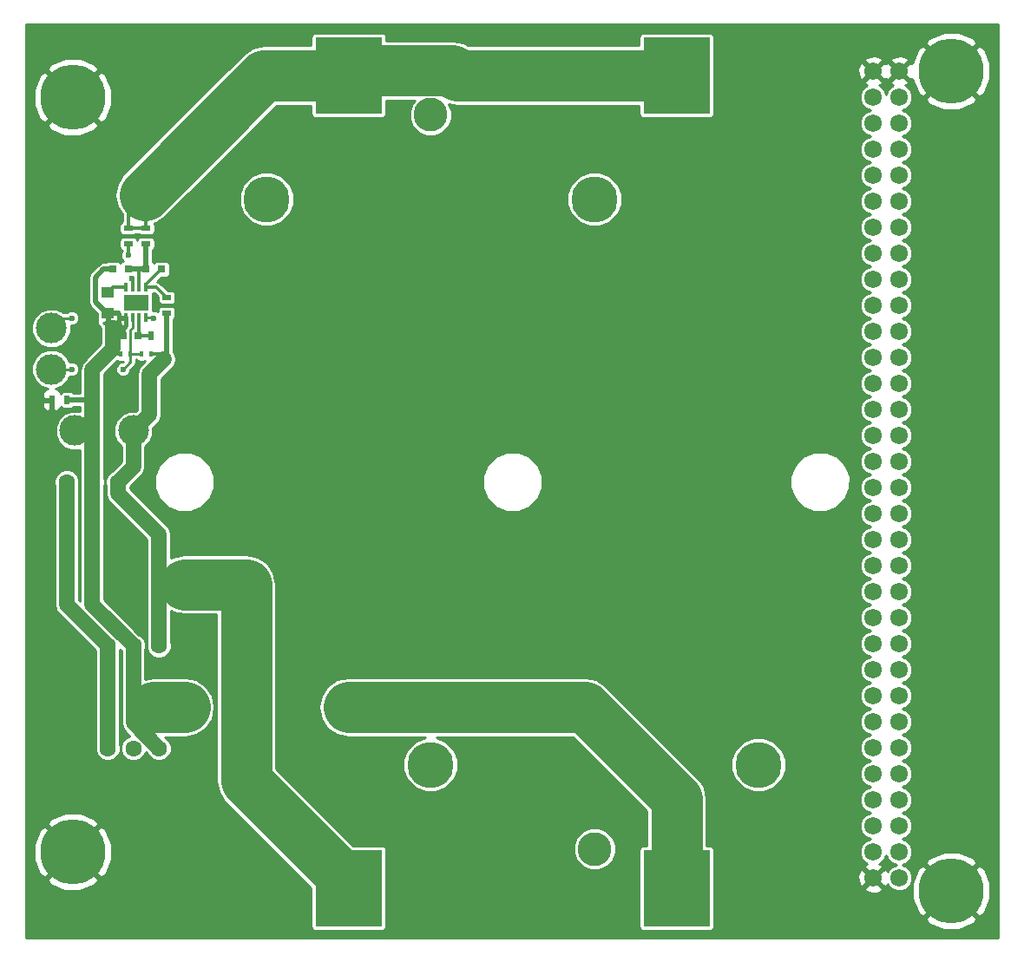
<source format=gbr>
G04 #@! TF.FileFunction,Copper,L1,Top,Signal*
%FSLAX46Y46*%
G04 Gerber Fmt 4.6, Leading zero omitted, Abs format (unit mm)*
G04 Created by KiCad (PCBNEW 4.0.7-e2-6376~58~ubuntu16.04.1) date Thu Mar 22 01:15:54 2018*
%MOMM*%
%LPD*%
G01*
G04 APERTURE LIST*
%ADD10C,0.100000*%
%ADD11C,1.600000*%
%ADD12R,2.400000X1.650000*%
%ADD13R,0.350000X0.850000*%
%ADD14C,0.300000*%
%ADD15R,0.500000X0.900000*%
%ADD16R,0.900000X0.500000*%
%ADD17R,0.400000X0.600000*%
%ADD18R,0.800000X0.750000*%
%ADD19R,1.250000X1.000000*%
%ADD20C,4.500000*%
%ADD21C,3.300000*%
%ADD22R,6.470000X7.460000*%
%ADD23C,6.350000*%
%ADD24C,1.720000*%
%ADD25C,3.000000*%
%ADD26C,0.600000*%
%ADD27C,0.300000*%
%ADD28C,5.000000*%
%ADD29C,1.500000*%
%ADD30C,0.500000*%
%ADD31C,0.250000*%
%ADD32C,0.254000*%
G04 APERTURE END LIST*
D10*
D11*
X118500000Y-106000000D03*
X113500000Y-106000000D03*
X116000000Y-106000000D03*
D12*
X116250000Y-72500000D03*
D13*
X115275000Y-71025000D03*
X115925000Y-71025000D03*
X117225000Y-71025000D03*
X116575000Y-71025000D03*
X116575000Y-73975000D03*
X115275000Y-73975000D03*
X115925000Y-73975000D03*
X117225000Y-73975000D03*
D14*
X115500000Y-73000000D03*
X115500000Y-72000000D03*
X117000000Y-72000000D03*
X117000000Y-73000000D03*
X116250000Y-72500000D03*
D15*
X119250000Y-75750000D03*
X117750000Y-75750000D03*
D16*
X115500000Y-65250000D03*
X115500000Y-66750000D03*
X117250000Y-65250000D03*
X117250000Y-66750000D03*
X119250000Y-73500000D03*
X119250000Y-72000000D03*
D17*
X115700000Y-77500000D03*
X114800000Y-77500000D03*
X117700000Y-77500000D03*
X116800000Y-77500000D03*
D18*
X116500000Y-75750000D03*
X115000000Y-75750000D03*
D19*
X113500000Y-71500000D03*
X113500000Y-73500000D03*
D18*
X115500000Y-69250000D03*
X114000000Y-69250000D03*
X118750000Y-69250000D03*
X117250000Y-69250000D03*
D20*
X177000000Y-117600000D03*
X161000000Y-62400000D03*
D21*
X161000000Y-125820000D03*
D22*
X169000000Y-129670000D03*
X169000000Y-50330000D03*
D23*
X195810000Y-129920000D03*
X195810000Y-49910000D03*
X110080000Y-52450000D03*
X110080000Y-126110000D03*
D24*
X188190000Y-49910000D03*
X188190000Y-52450000D03*
X188190000Y-54990000D03*
X188190000Y-57530000D03*
X188190000Y-60070000D03*
X188190000Y-62610000D03*
X188190000Y-65150000D03*
X188190000Y-67690000D03*
X188190000Y-70230000D03*
X188190000Y-72770000D03*
X188190000Y-75310000D03*
X188190000Y-77850000D03*
X188190000Y-80390000D03*
X188190000Y-82930000D03*
X188190000Y-85470000D03*
X188190000Y-88010000D03*
X188190000Y-90550000D03*
X188190000Y-93090000D03*
X188190000Y-95630000D03*
X188190000Y-98170000D03*
X188190000Y-100710000D03*
X188190000Y-103250000D03*
X188190000Y-105790000D03*
X188190000Y-108330000D03*
X188190000Y-110870000D03*
X188190000Y-113410000D03*
X188190000Y-115950000D03*
X188190000Y-118490000D03*
X188190000Y-121030000D03*
X188190000Y-123570000D03*
X188190000Y-126110000D03*
X188190000Y-128650000D03*
X190730000Y-49910000D03*
X190730000Y-52450000D03*
X190730000Y-54990000D03*
X190730000Y-57530000D03*
X190730000Y-60070000D03*
X190730000Y-62610000D03*
X190730000Y-65150000D03*
X190730000Y-67690000D03*
X190730000Y-70230000D03*
X190730000Y-72770000D03*
X190730000Y-75310000D03*
X190730000Y-77850000D03*
X190730000Y-80390000D03*
X190730000Y-82930000D03*
X190730000Y-85470000D03*
X190730000Y-88010000D03*
X190730000Y-90550000D03*
X190730000Y-93090000D03*
X190730000Y-95630000D03*
X190730000Y-98170000D03*
X190730000Y-100710000D03*
X190730000Y-103250000D03*
X190730000Y-105790000D03*
X190730000Y-108330000D03*
X190730000Y-110870000D03*
X190730000Y-113410000D03*
X190730000Y-115950000D03*
X190730000Y-118490000D03*
X190730000Y-121030000D03*
X190730000Y-123570000D03*
X190730000Y-126110000D03*
X190730000Y-128650000D03*
D20*
X129000000Y-62400000D03*
X145000000Y-117600000D03*
D21*
X145000000Y-54180000D03*
D22*
X137000000Y-50330000D03*
X137000000Y-129670000D03*
D25*
X108000000Y-79000000D03*
X108000000Y-75000000D03*
X116000000Y-85000000D03*
X110300000Y-85000000D03*
D11*
X109500000Y-90000000D03*
X114500000Y-90000000D03*
X112000000Y-90000000D03*
X113500000Y-116000000D03*
X118500000Y-116000000D03*
X116000000Y-116000000D03*
D15*
X109550000Y-82000000D03*
X108050000Y-82000000D03*
D26*
X108000000Y-83200000D03*
X137000000Y-113000000D03*
X138000000Y-112000000D03*
X137000000Y-111000000D03*
X136000000Y-112000000D03*
X121000000Y-113000000D03*
X121000000Y-111000000D03*
X120000000Y-112000000D03*
X122000000Y-112000000D03*
X121000000Y-112000000D03*
X137000000Y-112000000D03*
X110000000Y-79000000D03*
X115000000Y-79000000D03*
X115500000Y-67900000D03*
X115900000Y-70125002D03*
X110000000Y-74000000D03*
X118000000Y-74000000D03*
D27*
X115500000Y-65250000D02*
X117250000Y-65250000D01*
X115500000Y-65250000D02*
X115500000Y-63595000D01*
X115500000Y-63595000D02*
X117095000Y-62000000D01*
X117250000Y-65250000D02*
X117250000Y-62155000D01*
X117250000Y-62155000D02*
X117095000Y-62000000D01*
D28*
X137000000Y-50330000D02*
X128765000Y-50330000D01*
X128765000Y-50330000D02*
X117095000Y-62000000D01*
X169000000Y-50330000D02*
X147588002Y-50330000D01*
X147588002Y-50330000D02*
X147088001Y-49829999D01*
X147088001Y-49829999D02*
X137500001Y-49829999D01*
X137500001Y-49829999D02*
X137000000Y-50330000D01*
D29*
X114500000Y-90000000D02*
X114500000Y-91131370D01*
X114500000Y-91131370D02*
X118500000Y-95131370D01*
X118500000Y-95131370D02*
X118500000Y-100000000D01*
X116000000Y-85000000D02*
X116000000Y-88500000D01*
X116000000Y-88500000D02*
X114500000Y-90000000D01*
X117549999Y-79450001D02*
X117549999Y-83450001D01*
X117549999Y-83450001D02*
X116000000Y-85000000D01*
D30*
X119250000Y-75750000D02*
X119250000Y-77750000D01*
X119250000Y-77750000D02*
X119000000Y-78000000D01*
D27*
X117700000Y-77500000D02*
X118500000Y-77500000D01*
X118500000Y-77500000D02*
X119000000Y-78000000D01*
D29*
X117549999Y-79450001D02*
X119000000Y-78000000D01*
X118500000Y-106000000D02*
X118500000Y-100000000D01*
X121000000Y-100000000D02*
X118500000Y-100000000D01*
D28*
X127000000Y-119175000D02*
X127000000Y-100000000D01*
X127000000Y-100000000D02*
X121000000Y-100000000D01*
X137000000Y-129670000D02*
X137000000Y-129175000D01*
X137000000Y-129175000D02*
X127000000Y-119175000D01*
D30*
X119250000Y-73500000D02*
X119250000Y-75750000D01*
D31*
X108050000Y-82000000D02*
X108050000Y-83150000D01*
X108050000Y-83150000D02*
X108000000Y-83200000D01*
D29*
X112000000Y-90000000D02*
X112000000Y-102000000D01*
X112000000Y-102000000D02*
X116000000Y-106000000D01*
X112000000Y-89000000D02*
X112000000Y-90000000D01*
D30*
X112000000Y-83000000D02*
X112000000Y-83300000D01*
X112000000Y-83300000D02*
X110300000Y-85000000D01*
D29*
X112000000Y-83000000D02*
X112000000Y-82000000D01*
X112000000Y-82000000D02*
X112000000Y-79000000D01*
D30*
X109550000Y-82000000D02*
X112000000Y-82000000D01*
D29*
X112000000Y-89000000D02*
X112000000Y-83000000D01*
D27*
X114800000Y-77500000D02*
X114300000Y-77500000D01*
X114300000Y-77500000D02*
X114000000Y-77200000D01*
X114000000Y-77200000D02*
X114000000Y-77000000D01*
D29*
X114000000Y-77000000D02*
X114000000Y-75000000D01*
X112000000Y-79000000D02*
X114000000Y-77000000D01*
X137000000Y-111000000D02*
X137000000Y-112000000D01*
X137000000Y-113000000D02*
X137000000Y-112000000D01*
X138000000Y-112000000D02*
X137000000Y-112000000D01*
X137000000Y-112000000D02*
X136000000Y-112000000D01*
X120000000Y-112000000D02*
X121000000Y-112000000D01*
X122000000Y-112000000D02*
X121000000Y-112000000D01*
X121000000Y-113000000D02*
X121000000Y-112000000D01*
X121000000Y-111000000D02*
X121000000Y-112000000D01*
X118000000Y-112000000D02*
X117500000Y-112000000D01*
X117500000Y-112000000D02*
X116000000Y-113500000D01*
D28*
X121000000Y-112000000D02*
X118000000Y-112000000D01*
X160060000Y-112000000D02*
X137000000Y-112000000D01*
X169000000Y-129670000D02*
X169000000Y-120940000D01*
X169000000Y-120940000D02*
X160060000Y-112000000D01*
D29*
X116000000Y-106000000D02*
X116000000Y-113500000D01*
X116000000Y-113500000D02*
X118500000Y-116000000D01*
D30*
X112300000Y-70050000D02*
X112300000Y-72425000D01*
X112300000Y-72425000D02*
X113375000Y-73500000D01*
X113375000Y-73500000D02*
X113500000Y-73500000D01*
X114000000Y-69250000D02*
X113100000Y-69250000D01*
X113100000Y-69250000D02*
X112300000Y-70050000D01*
D27*
X117225000Y-71025000D02*
X118275000Y-71025000D01*
X118275000Y-71025000D02*
X119250000Y-72000000D01*
X117225000Y-71025000D02*
X117225000Y-70775000D01*
X117225000Y-70775000D02*
X118750000Y-69250000D01*
D30*
X117250000Y-69250000D02*
X117250000Y-66750000D01*
X115500000Y-69250000D02*
X116600000Y-69250000D01*
X116600000Y-69250000D02*
X117250000Y-69250000D01*
D27*
X116575000Y-69275000D02*
X116600000Y-69250000D01*
X116575000Y-71025000D02*
X116575000Y-69275000D01*
X115275000Y-71025000D02*
X113975000Y-71025000D01*
X113975000Y-71025000D02*
X113500000Y-71500000D01*
X117750000Y-75750000D02*
X116500000Y-75750000D01*
X116575000Y-73975000D02*
X116575000Y-75675000D01*
X116575000Y-75675000D02*
X116500000Y-75750000D01*
D31*
X110000000Y-79000000D02*
X108000000Y-79000000D01*
X115700000Y-77500000D02*
X115700000Y-78300000D01*
X115700000Y-78300000D02*
X115000000Y-79000000D01*
X115700000Y-77500000D02*
X116800000Y-77500000D01*
X115925000Y-73975000D02*
X115925000Y-74964998D01*
X115925000Y-74964998D02*
X115725001Y-75164997D01*
X115725001Y-75164997D02*
X115725001Y-76924999D01*
X115725001Y-76924999D02*
X115700000Y-76950000D01*
X115700000Y-76950000D02*
X115700000Y-77500000D01*
D27*
X115500000Y-67900000D02*
X115500000Y-66750000D01*
X115925000Y-71025000D02*
X115925000Y-70150002D01*
X115925000Y-70150002D02*
X115900000Y-70125002D01*
D31*
X110000000Y-74000000D02*
X109000000Y-74000000D01*
X109000000Y-74000000D02*
X108000000Y-75000000D01*
X117225000Y-73975000D02*
X117975000Y-73975000D01*
X117975000Y-73975000D02*
X118000000Y-74000000D01*
D29*
X109500000Y-90000000D02*
X109500000Y-102000000D01*
X109500000Y-102000000D02*
X113500000Y-106000000D01*
X113500000Y-106000000D02*
X113500000Y-116000000D01*
D31*
G36*
X114675000Y-73551776D02*
X114675000Y-73743750D01*
X114781250Y-73850000D01*
X115187500Y-73850000D01*
X115187500Y-73830000D01*
X115316674Y-73830000D01*
X115316674Y-74400000D01*
X115346309Y-74557496D01*
X115362500Y-74582657D01*
X115362500Y-74718750D01*
X115375000Y-74731250D01*
X115375000Y-74737180D01*
X115336092Y-74776088D01*
X115216867Y-74954521D01*
X115214418Y-74966832D01*
X115125000Y-75056250D01*
X115125000Y-75625000D01*
X115145000Y-75625000D01*
X115145000Y-75875000D01*
X115125000Y-75875000D01*
X115125000Y-75895000D01*
X114875000Y-75895000D01*
X114875000Y-75875000D01*
X114855000Y-75875000D01*
X114855000Y-75625000D01*
X114875000Y-75625000D01*
X114875000Y-75056250D01*
X114768750Y-74950000D01*
X114515462Y-74950000D01*
X114359257Y-75014702D01*
X114239702Y-75134257D01*
X114175000Y-75290462D01*
X114175000Y-75498224D01*
X113101776Y-74425000D01*
X113268750Y-74425000D01*
X113375000Y-74318750D01*
X113375000Y-73625000D01*
X113625000Y-73625000D01*
X113625000Y-74318750D01*
X113731250Y-74425000D01*
X114209538Y-74425000D01*
X114365743Y-74360298D01*
X114485298Y-74240743D01*
X114499585Y-74206250D01*
X114675000Y-74206250D01*
X114675000Y-74484538D01*
X114739702Y-74640743D01*
X114859257Y-74760298D01*
X115015462Y-74825000D01*
X115081250Y-74825000D01*
X115187500Y-74718750D01*
X115187500Y-74100000D01*
X114781250Y-74100000D01*
X114675000Y-74206250D01*
X114499585Y-74206250D01*
X114550000Y-74084538D01*
X114550000Y-73731250D01*
X114443750Y-73625000D01*
X113625000Y-73625000D01*
X113375000Y-73625000D01*
X113355000Y-73625000D01*
X113355000Y-73375000D01*
X113375000Y-73375000D01*
X113375000Y-73355000D01*
X113625000Y-73355000D01*
X113625000Y-73375000D01*
X114443750Y-73375000D01*
X114470987Y-73347763D01*
X114675000Y-73551776D01*
X114675000Y-73551776D01*
G37*
X114675000Y-73551776D02*
X114675000Y-73743750D01*
X114781250Y-73850000D01*
X115187500Y-73850000D01*
X115187500Y-73830000D01*
X115316674Y-73830000D01*
X115316674Y-74400000D01*
X115346309Y-74557496D01*
X115362500Y-74582657D01*
X115362500Y-74718750D01*
X115375000Y-74731250D01*
X115375000Y-74737180D01*
X115336092Y-74776088D01*
X115216867Y-74954521D01*
X115214418Y-74966832D01*
X115125000Y-75056250D01*
X115125000Y-75625000D01*
X115145000Y-75625000D01*
X115145000Y-75875000D01*
X115125000Y-75875000D01*
X115125000Y-75895000D01*
X114875000Y-75895000D01*
X114875000Y-75875000D01*
X114855000Y-75875000D01*
X114855000Y-75625000D01*
X114875000Y-75625000D01*
X114875000Y-75056250D01*
X114768750Y-74950000D01*
X114515462Y-74950000D01*
X114359257Y-75014702D01*
X114239702Y-75134257D01*
X114175000Y-75290462D01*
X114175000Y-75498224D01*
X113101776Y-74425000D01*
X113268750Y-74425000D01*
X113375000Y-74318750D01*
X113375000Y-73625000D01*
X113625000Y-73625000D01*
X113625000Y-74318750D01*
X113731250Y-74425000D01*
X114209538Y-74425000D01*
X114365743Y-74360298D01*
X114485298Y-74240743D01*
X114499585Y-74206250D01*
X114675000Y-74206250D01*
X114675000Y-74484538D01*
X114739702Y-74640743D01*
X114859257Y-74760298D01*
X115015462Y-74825000D01*
X115081250Y-74825000D01*
X115187500Y-74718750D01*
X115187500Y-74100000D01*
X114781250Y-74100000D01*
X114675000Y-74206250D01*
X114499585Y-74206250D01*
X114550000Y-74084538D01*
X114550000Y-73731250D01*
X114443750Y-73625000D01*
X113625000Y-73625000D01*
X113375000Y-73625000D01*
X113355000Y-73625000D01*
X113355000Y-73375000D01*
X113375000Y-73375000D01*
X113375000Y-73355000D01*
X113625000Y-73355000D01*
X113625000Y-73375000D01*
X114443750Y-73375000D01*
X114470987Y-73347763D01*
X114675000Y-73551776D01*
D32*
G36*
X200388000Y-134498000D02*
X105502000Y-134498000D01*
X105502000Y-128832875D01*
X107536730Y-128832875D01*
X107900630Y-129325710D01*
X109297124Y-129914937D01*
X110812803Y-129924898D01*
X112216920Y-129354074D01*
X112259370Y-129325710D01*
X112623270Y-128832875D01*
X110080000Y-126289605D01*
X107536730Y-128832875D01*
X105502000Y-128832875D01*
X105502000Y-126842803D01*
X106265102Y-126842803D01*
X106835926Y-128246920D01*
X106864290Y-128289370D01*
X107357125Y-128653270D01*
X109900395Y-126110000D01*
X110259605Y-126110000D01*
X112802875Y-128653270D01*
X113295710Y-128289370D01*
X113884937Y-126892876D01*
X113894898Y-125377197D01*
X113324074Y-123973080D01*
X113295710Y-123930630D01*
X112802875Y-123566730D01*
X110259605Y-126110000D01*
X109900395Y-126110000D01*
X107357125Y-123566730D01*
X106864290Y-123930630D01*
X106275063Y-125327124D01*
X106265102Y-126842803D01*
X105502000Y-126842803D01*
X105502000Y-123387125D01*
X107536730Y-123387125D01*
X110080000Y-125930395D01*
X112623270Y-123387125D01*
X112259370Y-122894290D01*
X110862876Y-122305063D01*
X109347197Y-122295102D01*
X107943080Y-122865926D01*
X107900630Y-122894290D01*
X107536730Y-123387125D01*
X105502000Y-123387125D01*
X105502000Y-82285750D01*
X107165000Y-82285750D01*
X107165000Y-82576310D01*
X107261673Y-82809699D01*
X107440302Y-82988327D01*
X107673691Y-83085000D01*
X107766250Y-83085000D01*
X107925000Y-82926250D01*
X107925000Y-82127000D01*
X107323750Y-82127000D01*
X107165000Y-82285750D01*
X105502000Y-82285750D01*
X105502000Y-79381622D01*
X106072666Y-79381622D01*
X106365416Y-80090132D01*
X106907017Y-80632678D01*
X107615014Y-80926665D01*
X107645465Y-80926692D01*
X107440302Y-81011673D01*
X107261673Y-81190301D01*
X107165000Y-81423690D01*
X107165000Y-81714250D01*
X107323750Y-81873000D01*
X107925000Y-81873000D01*
X107925000Y-81853000D01*
X108175000Y-81853000D01*
X108175000Y-81873000D01*
X108197000Y-81873000D01*
X108197000Y-82127000D01*
X108175000Y-82127000D01*
X108175000Y-82926250D01*
X108333750Y-83085000D01*
X108426309Y-83085000D01*
X108659698Y-82988327D01*
X108838327Y-82809699D01*
X108911058Y-82634110D01*
X108987927Y-82753567D01*
X109130619Y-82851064D01*
X109300000Y-82885365D01*
X109800000Y-82885365D01*
X109958237Y-82855591D01*
X110103567Y-82762073D01*
X110161695Y-82677000D01*
X110823000Y-82677000D01*
X110823000Y-83130644D01*
X110684986Y-83073335D01*
X109918378Y-83072666D01*
X109209868Y-83365416D01*
X108667322Y-83907017D01*
X108373335Y-84615014D01*
X108372666Y-85381622D01*
X108665416Y-86090132D01*
X109207017Y-86632678D01*
X109915014Y-86926665D01*
X110681622Y-86927334D01*
X110823000Y-86868918D01*
X110823000Y-89634966D01*
X110773214Y-89754864D01*
X110772788Y-90242995D01*
X110823000Y-90364517D01*
X110823000Y-101658470D01*
X110677000Y-101512470D01*
X110677000Y-90365034D01*
X110726786Y-90245136D01*
X110727212Y-89757005D01*
X110540806Y-89305869D01*
X110195947Y-88960407D01*
X109745136Y-88773214D01*
X109257005Y-88772788D01*
X108805869Y-88959194D01*
X108460407Y-89304053D01*
X108273214Y-89754864D01*
X108272788Y-90242995D01*
X108323000Y-90364517D01*
X108323000Y-102000000D01*
X108412594Y-102450419D01*
X108667735Y-102832265D01*
X112323000Y-106487530D01*
X112323000Y-115634966D01*
X112273214Y-115754864D01*
X112272788Y-116242995D01*
X112459194Y-116694131D01*
X112804053Y-117039593D01*
X113254864Y-117226786D01*
X113742995Y-117227212D01*
X114194131Y-117040806D01*
X114539593Y-116695947D01*
X114726786Y-116245136D01*
X114727212Y-115757005D01*
X114677000Y-115635483D01*
X114677000Y-106365034D01*
X114683896Y-106348426D01*
X114823000Y-106487530D01*
X114823000Y-113500000D01*
X114912594Y-113950419D01*
X115167735Y-114332265D01*
X115651749Y-114816279D01*
X115305869Y-114959194D01*
X114960407Y-115304053D01*
X114773214Y-115754864D01*
X114772788Y-116242995D01*
X114959194Y-116694131D01*
X115304053Y-117039593D01*
X115754864Y-117226786D01*
X116242995Y-117227212D01*
X116694131Y-117040806D01*
X117039593Y-116695947D01*
X117183896Y-116348426D01*
X117409618Y-116574148D01*
X117459194Y-116694131D01*
X117804053Y-117039593D01*
X118254864Y-117226786D01*
X118742995Y-117227212D01*
X119194131Y-117040806D01*
X119539593Y-116695947D01*
X119726786Y-116245136D01*
X119727212Y-115757005D01*
X119540806Y-115305869D01*
X119195947Y-114960407D01*
X119115494Y-114927000D01*
X121000000Y-114927000D01*
X122120114Y-114704195D01*
X123069702Y-114069702D01*
X123704195Y-113120114D01*
X123927000Y-112000000D01*
X123704195Y-110879886D01*
X123069702Y-109930298D01*
X122120114Y-109295805D01*
X121000000Y-109073000D01*
X118000000Y-109073000D01*
X117177000Y-109236705D01*
X117177000Y-106365034D01*
X117226786Y-106245136D01*
X117227212Y-105757005D01*
X117040806Y-105305869D01*
X116695947Y-104960407D01*
X116574513Y-104909983D01*
X113177000Y-101512470D01*
X113177000Y-90365034D01*
X113226786Y-90245136D01*
X113227212Y-89757005D01*
X113177000Y-89635483D01*
X113177000Y-79487530D01*
X114457934Y-78206596D01*
X114600000Y-78235365D01*
X114983989Y-78235365D01*
X114946401Y-78272953D01*
X114856025Y-78272874D01*
X114588725Y-78383320D01*
X114384039Y-78587650D01*
X114273126Y-78854756D01*
X114272874Y-79143975D01*
X114383320Y-79411275D01*
X114587650Y-79615961D01*
X114854756Y-79726874D01*
X115143975Y-79727126D01*
X115411275Y-79616680D01*
X115615961Y-79412350D01*
X115726874Y-79145244D01*
X115726954Y-79053692D01*
X116090323Y-78690323D01*
X116158927Y-78587650D01*
X116209982Y-78511241D01*
X116252000Y-78300000D01*
X116252000Y-78052000D01*
X116254744Y-78052000D01*
X116287927Y-78103567D01*
X116430619Y-78201064D01*
X116600000Y-78235365D01*
X117000000Y-78235365D01*
X117123306Y-78212164D01*
X116717734Y-78617736D01*
X116462593Y-78999582D01*
X116433619Y-79145244D01*
X116372999Y-79450001D01*
X116372999Y-82962472D01*
X116262243Y-83073228D01*
X115618378Y-83072666D01*
X114909868Y-83365416D01*
X114367322Y-83907017D01*
X114073335Y-84615014D01*
X114072666Y-85381622D01*
X114365416Y-86090132D01*
X114823000Y-86548514D01*
X114823000Y-88012471D01*
X113925852Y-88909618D01*
X113805869Y-88959194D01*
X113460407Y-89304053D01*
X113273214Y-89754864D01*
X113272788Y-90242995D01*
X113323000Y-90364517D01*
X113323000Y-91131370D01*
X113412594Y-91581789D01*
X113667735Y-91963635D01*
X117323000Y-95618900D01*
X117323000Y-105634966D01*
X117273214Y-105754864D01*
X117272788Y-106242995D01*
X117459194Y-106694131D01*
X117804053Y-107039593D01*
X118254864Y-107226786D01*
X118742995Y-107227212D01*
X119194131Y-107040806D01*
X119539593Y-106695947D01*
X119726786Y-106245136D01*
X119727212Y-105757005D01*
X119677000Y-105635483D01*
X119677000Y-102568631D01*
X119879886Y-102704195D01*
X121000000Y-102927000D01*
X124073000Y-102927000D01*
X124073000Y-119174995D01*
X124072999Y-119175000D01*
X124295805Y-120295114D01*
X124930298Y-121244702D01*
X133329635Y-129644038D01*
X133329635Y-133400000D01*
X133359409Y-133558237D01*
X133452927Y-133703567D01*
X133595619Y-133801064D01*
X133765000Y-133835365D01*
X140235000Y-133835365D01*
X140393237Y-133805591D01*
X140538567Y-133712073D01*
X140636064Y-133569381D01*
X140670365Y-133400000D01*
X140670365Y-126231328D01*
X158922640Y-126231328D01*
X159238178Y-126994989D01*
X159821938Y-127579768D01*
X160585047Y-127896639D01*
X161411328Y-127897360D01*
X162174989Y-127581822D01*
X162759768Y-126998062D01*
X163076639Y-126234953D01*
X163077360Y-125408672D01*
X162761822Y-124645011D01*
X162178062Y-124060232D01*
X161414953Y-123743361D01*
X160588672Y-123742640D01*
X159825011Y-124058178D01*
X159240232Y-124641938D01*
X158923361Y-125405047D01*
X158922640Y-126231328D01*
X140670365Y-126231328D01*
X140670365Y-125940000D01*
X140640591Y-125781763D01*
X140547073Y-125636433D01*
X140404381Y-125538936D01*
X140235000Y-125504635D01*
X137469038Y-125504635D01*
X129927000Y-117962596D01*
X129927000Y-112000000D01*
X134073000Y-112000000D01*
X134295805Y-113120114D01*
X134930298Y-114069702D01*
X135879886Y-114704195D01*
X137000000Y-114927000D01*
X144459044Y-114927000D01*
X143485582Y-115329226D01*
X142731873Y-116081621D01*
X142323465Y-117065176D01*
X142322536Y-118130152D01*
X142729226Y-119114418D01*
X143481621Y-119868127D01*
X144465176Y-120276535D01*
X145530152Y-120277464D01*
X146514418Y-119870774D01*
X147268127Y-119118379D01*
X147676535Y-118134824D01*
X147677464Y-117069848D01*
X147270774Y-116085582D01*
X146518379Y-115331873D01*
X145543337Y-114927000D01*
X158847596Y-114927000D01*
X166073000Y-122152403D01*
X166073000Y-125504635D01*
X165765000Y-125504635D01*
X165606763Y-125534409D01*
X165461433Y-125627927D01*
X165363936Y-125770619D01*
X165329635Y-125940000D01*
X165329635Y-133400000D01*
X165359409Y-133558237D01*
X165452927Y-133703567D01*
X165595619Y-133801064D01*
X165765000Y-133835365D01*
X172235000Y-133835365D01*
X172393237Y-133805591D01*
X172538567Y-133712073D01*
X172636064Y-133569381D01*
X172670365Y-133400000D01*
X172670365Y-132642875D01*
X193266730Y-132642875D01*
X193630630Y-133135710D01*
X195027124Y-133724937D01*
X196542803Y-133734898D01*
X197946920Y-133164074D01*
X197989370Y-133135710D01*
X198353270Y-132642875D01*
X195810000Y-130099605D01*
X193266730Y-132642875D01*
X172670365Y-132642875D01*
X172670365Y-130652803D01*
X191995102Y-130652803D01*
X192565926Y-132056920D01*
X192594290Y-132099370D01*
X193087125Y-132463270D01*
X195630395Y-129920000D01*
X195989605Y-129920000D01*
X198532875Y-132463270D01*
X199025710Y-132099370D01*
X199614937Y-130702876D01*
X199624898Y-129187197D01*
X199054074Y-127783080D01*
X199025710Y-127740630D01*
X198532875Y-127376730D01*
X195989605Y-129920000D01*
X195630395Y-129920000D01*
X193087125Y-127376730D01*
X192594290Y-127740630D01*
X192005063Y-129137124D01*
X191995102Y-130652803D01*
X172670365Y-130652803D01*
X172670365Y-129701199D01*
X187318406Y-129701199D01*
X187399906Y-129953537D01*
X187958890Y-130156667D01*
X188553059Y-130130421D01*
X188980094Y-129953537D01*
X189061594Y-129701199D01*
X188190000Y-128829605D01*
X187318406Y-129701199D01*
X172670365Y-129701199D01*
X172670365Y-128418890D01*
X186683333Y-128418890D01*
X186709579Y-129013059D01*
X186886463Y-129440094D01*
X187138801Y-129521594D01*
X188010395Y-128650000D01*
X187138801Y-127778406D01*
X186886463Y-127859906D01*
X186683333Y-128418890D01*
X172670365Y-128418890D01*
X172670365Y-125940000D01*
X172640591Y-125781763D01*
X172547073Y-125636433D01*
X172404381Y-125538936D01*
X172235000Y-125504635D01*
X171927000Y-125504635D01*
X171927000Y-120940000D01*
X171704195Y-119819886D01*
X171704195Y-119819885D01*
X171450053Y-119439534D01*
X171069702Y-118870298D01*
X171069699Y-118870296D01*
X170329556Y-118130152D01*
X174322536Y-118130152D01*
X174729226Y-119114418D01*
X175481621Y-119868127D01*
X176465176Y-120276535D01*
X177530152Y-120277464D01*
X178514418Y-119870774D01*
X179268127Y-119118379D01*
X179676535Y-118134824D01*
X179677464Y-117069848D01*
X179270774Y-116085582D01*
X178518379Y-115331873D01*
X177534824Y-114923465D01*
X176469848Y-114922536D01*
X175485582Y-115329226D01*
X174731873Y-116081621D01*
X174323465Y-117065176D01*
X174322536Y-118130152D01*
X170329556Y-118130152D01*
X162129702Y-109930298D01*
X161180114Y-109295805D01*
X160060000Y-109072999D01*
X160059995Y-109073000D01*
X137000000Y-109073000D01*
X135879886Y-109295805D01*
X134930298Y-109930298D01*
X134295805Y-110879886D01*
X134073000Y-112000000D01*
X129927000Y-112000000D01*
X129927000Y-100000000D01*
X129704195Y-98879886D01*
X129069702Y-97930298D01*
X128120114Y-97295805D01*
X127000000Y-97073000D01*
X121000000Y-97073000D01*
X119879886Y-97295805D01*
X119677000Y-97431369D01*
X119677000Y-95131370D01*
X119587406Y-94680951D01*
X119332265Y-94299105D01*
X115677000Y-90643840D01*
X115677000Y-90579662D01*
X118072493Y-90579662D01*
X118517164Y-91655846D01*
X119339823Y-92479943D01*
X120415229Y-92926490D01*
X121579662Y-92927507D01*
X122655846Y-92482836D01*
X123479943Y-91660177D01*
X123926490Y-90584771D01*
X123926494Y-90579662D01*
X150072493Y-90579662D01*
X150517164Y-91655846D01*
X151339823Y-92479943D01*
X152415229Y-92926490D01*
X153579662Y-92927507D01*
X154655846Y-92482836D01*
X155479943Y-91660177D01*
X155926490Y-90584771D01*
X155926494Y-90579662D01*
X180072493Y-90579662D01*
X180517164Y-91655846D01*
X181339823Y-92479943D01*
X182415229Y-92926490D01*
X183579662Y-92927507D01*
X184655846Y-92482836D01*
X185479943Y-91660177D01*
X185926490Y-90584771D01*
X185927507Y-89420338D01*
X185482836Y-88344154D01*
X184660177Y-87520057D01*
X183584771Y-87073510D01*
X182420338Y-87072493D01*
X181344154Y-87517164D01*
X180520057Y-88339823D01*
X180073510Y-89415229D01*
X180072493Y-90579662D01*
X155926494Y-90579662D01*
X155927507Y-89420338D01*
X155482836Y-88344154D01*
X154660177Y-87520057D01*
X153584771Y-87073510D01*
X152420338Y-87072493D01*
X151344154Y-87517164D01*
X150520057Y-88339823D01*
X150073510Y-89415229D01*
X150072493Y-90579662D01*
X123926494Y-90579662D01*
X123927507Y-89420338D01*
X123482836Y-88344154D01*
X122660177Y-87520057D01*
X121584771Y-87073510D01*
X120420338Y-87072493D01*
X119344154Y-87517164D01*
X118520057Y-88339823D01*
X118073510Y-89415229D01*
X118072493Y-90579662D01*
X115677000Y-90579662D01*
X115677000Y-90487530D01*
X116832262Y-89332267D01*
X116832265Y-89332265D01*
X116987172Y-89100429D01*
X117087406Y-88950419D01*
X117177000Y-88500000D01*
X117177000Y-86547867D01*
X117632678Y-86092983D01*
X117926665Y-85384986D01*
X117927230Y-84737299D01*
X118382261Y-84282268D01*
X118382264Y-84282266D01*
X118637405Y-83900419D01*
X118652805Y-83823000D01*
X118727000Y-83450001D01*
X118726999Y-83449996D01*
X118726999Y-79937531D01*
X119832265Y-78832265D01*
X120087406Y-78450419D01*
X120177000Y-78000000D01*
X120087406Y-77549582D01*
X119927000Y-77309517D01*
X119927000Y-76241307D01*
X119935365Y-76200000D01*
X119935365Y-75300000D01*
X119927000Y-75255543D01*
X119927000Y-74111343D01*
X120003567Y-74062073D01*
X120101064Y-73919381D01*
X120135365Y-73750000D01*
X120135365Y-73250000D01*
X120105591Y-73091763D01*
X120012073Y-72946433D01*
X119869381Y-72848936D01*
X119700000Y-72814635D01*
X118800000Y-72814635D01*
X118641763Y-72844409D01*
X118496433Y-72937927D01*
X118398936Y-73080619D01*
X118364635Y-73250000D01*
X118364635Y-73364226D01*
X118145244Y-73273126D01*
X117885365Y-73272900D01*
X117885365Y-71675000D01*
X117871629Y-71602000D01*
X118035998Y-71602000D01*
X118364635Y-71930636D01*
X118364635Y-72250000D01*
X118394409Y-72408237D01*
X118487927Y-72553567D01*
X118630619Y-72651064D01*
X118800000Y-72685365D01*
X119700000Y-72685365D01*
X119858237Y-72655591D01*
X120003567Y-72562073D01*
X120101064Y-72419381D01*
X120135365Y-72250000D01*
X120135365Y-71750000D01*
X120105591Y-71591763D01*
X120012073Y-71446433D01*
X119869381Y-71348936D01*
X119700000Y-71314635D01*
X119380636Y-71314635D01*
X118683001Y-70616999D01*
X118495808Y-70491922D01*
X118352572Y-70463430D01*
X118755636Y-70060365D01*
X119150000Y-70060365D01*
X119308237Y-70030591D01*
X119453567Y-69937073D01*
X119551064Y-69794381D01*
X119585365Y-69625000D01*
X119585365Y-68875000D01*
X119555591Y-68716763D01*
X119462073Y-68571433D01*
X119319381Y-68473936D01*
X119150000Y-68439635D01*
X118350000Y-68439635D01*
X118191763Y-68469409D01*
X118046433Y-68562927D01*
X118000169Y-68630636D01*
X117962073Y-68571433D01*
X117927000Y-68547469D01*
X117927000Y-67361343D01*
X118003567Y-67312073D01*
X118101064Y-67169381D01*
X118135365Y-67000000D01*
X118135365Y-66500000D01*
X118105591Y-66341763D01*
X118012073Y-66196433D01*
X117869381Y-66098936D01*
X117700000Y-66064635D01*
X116800000Y-66064635D01*
X116641763Y-66094409D01*
X116496433Y-66187927D01*
X116398936Y-66330619D01*
X116375381Y-66446937D01*
X116355591Y-66341763D01*
X116262073Y-66196433D01*
X116119381Y-66098936D01*
X115950000Y-66064635D01*
X115050000Y-66064635D01*
X114891763Y-66094409D01*
X114746433Y-66187927D01*
X114648936Y-66330619D01*
X114614635Y-66500000D01*
X114614635Y-67000000D01*
X114644409Y-67158237D01*
X114737927Y-67303567D01*
X114880619Y-67401064D01*
X114923000Y-67409646D01*
X114923000Y-67448757D01*
X114884039Y-67487650D01*
X114773126Y-67754756D01*
X114772874Y-68043975D01*
X114883320Y-68311275D01*
X115025458Y-68453661D01*
X114941763Y-68469409D01*
X114796433Y-68562927D01*
X114750169Y-68630636D01*
X114712073Y-68571433D01*
X114569381Y-68473936D01*
X114400000Y-68439635D01*
X113600000Y-68439635D01*
X113441763Y-68469409D01*
X113296433Y-68562927D01*
X113289550Y-68573000D01*
X113100000Y-68573000D01*
X112840923Y-68624534D01*
X112768389Y-68673000D01*
X112621289Y-68771289D01*
X111821289Y-69571289D01*
X111674534Y-69790923D01*
X111623000Y-70050000D01*
X111623000Y-72425000D01*
X111674534Y-72684077D01*
X111801794Y-72874534D01*
X111821289Y-72903711D01*
X112439635Y-73522058D01*
X112439635Y-74000000D01*
X112469409Y-74158237D01*
X112473000Y-74163818D01*
X112473000Y-74400000D01*
X112504384Y-74560677D01*
X112598065Y-74701935D01*
X112835133Y-74939003D01*
X112823000Y-75000000D01*
X112823000Y-76512470D01*
X111167735Y-78167735D01*
X110912594Y-78549581D01*
X110834849Y-78940429D01*
X110823000Y-79000000D01*
X110823000Y-81323000D01*
X110161343Y-81323000D01*
X110112073Y-81246433D01*
X109969381Y-81148936D01*
X109800000Y-81114635D01*
X109300000Y-81114635D01*
X109141763Y-81144409D01*
X108996433Y-81237927D01*
X108910281Y-81364014D01*
X108838327Y-81190301D01*
X108659698Y-81011673D01*
X108426309Y-80915000D01*
X108411473Y-80915000D01*
X109090132Y-80634584D01*
X109632678Y-80092983D01*
X109795003Y-79702062D01*
X109854756Y-79726874D01*
X110143975Y-79727126D01*
X110411275Y-79616680D01*
X110615961Y-79412350D01*
X110726874Y-79145244D01*
X110727126Y-78856025D01*
X110616680Y-78588725D01*
X110412350Y-78384039D01*
X110145244Y-78273126D01*
X109856025Y-78272874D01*
X109794994Y-78298091D01*
X109634584Y-77909868D01*
X109092983Y-77367322D01*
X108384986Y-77073335D01*
X107618378Y-77072666D01*
X106909868Y-77365416D01*
X106367322Y-77907017D01*
X106073335Y-78615014D01*
X106072666Y-79381622D01*
X105502000Y-79381622D01*
X105502000Y-75381622D01*
X106072666Y-75381622D01*
X106365416Y-76090132D01*
X106907017Y-76632678D01*
X107615014Y-76926665D01*
X108381622Y-76927334D01*
X109090132Y-76634584D01*
X109632678Y-76092983D01*
X109926665Y-75384986D01*
X109927239Y-74726937D01*
X110143975Y-74727126D01*
X110411275Y-74616680D01*
X110615961Y-74412350D01*
X110726874Y-74145244D01*
X110727126Y-73856025D01*
X110616680Y-73588725D01*
X110412350Y-73384039D01*
X110145244Y-73273126D01*
X109856025Y-73272874D01*
X109588725Y-73383320D01*
X109523932Y-73448000D01*
X109173520Y-73448000D01*
X109092983Y-73367322D01*
X108384986Y-73073335D01*
X107618378Y-73072666D01*
X106909868Y-73365416D01*
X106367322Y-73907017D01*
X106073335Y-74615014D01*
X106072666Y-75381622D01*
X105502000Y-75381622D01*
X105502000Y-62000000D01*
X114167999Y-62000000D01*
X114390805Y-63120114D01*
X114923000Y-63916602D01*
X114923000Y-64588531D01*
X114891763Y-64594409D01*
X114746433Y-64687927D01*
X114648936Y-64830619D01*
X114614635Y-65000000D01*
X114614635Y-65500000D01*
X114644409Y-65658237D01*
X114737927Y-65803567D01*
X114880619Y-65901064D01*
X115050000Y-65935365D01*
X115950000Y-65935365D01*
X116108237Y-65905591D01*
X116230370Y-65827000D01*
X116522222Y-65827000D01*
X116630619Y-65901064D01*
X116800000Y-65935365D01*
X117700000Y-65935365D01*
X117858237Y-65905591D01*
X118003567Y-65812073D01*
X118101064Y-65669381D01*
X118135365Y-65500000D01*
X118135365Y-65000000D01*
X118105591Y-64841763D01*
X118039541Y-64739119D01*
X118215114Y-64704195D01*
X119164702Y-64069702D01*
X120304251Y-62930152D01*
X126322536Y-62930152D01*
X126729226Y-63914418D01*
X127481621Y-64668127D01*
X128465176Y-65076535D01*
X129530152Y-65077464D01*
X130514418Y-64670774D01*
X131268127Y-63918379D01*
X131676535Y-62934824D01*
X131676539Y-62930152D01*
X158322536Y-62930152D01*
X158729226Y-63914418D01*
X159481621Y-64668127D01*
X160465176Y-65076535D01*
X161530152Y-65077464D01*
X162514418Y-64670774D01*
X163268127Y-63918379D01*
X163676535Y-62934824D01*
X163677464Y-61869848D01*
X163270774Y-60885582D01*
X162518379Y-60131873D01*
X161534824Y-59723465D01*
X160469848Y-59722536D01*
X159485582Y-60129226D01*
X158731873Y-60881621D01*
X158323465Y-61865176D01*
X158322536Y-62930152D01*
X131676539Y-62930152D01*
X131677464Y-61869848D01*
X131270774Y-60885582D01*
X130518379Y-60131873D01*
X129534824Y-59723465D01*
X128469848Y-59722536D01*
X127485582Y-60129226D01*
X126731873Y-60881621D01*
X126323465Y-61865176D01*
X126322536Y-62930152D01*
X120304251Y-62930152D01*
X129977403Y-53257000D01*
X133329635Y-53257000D01*
X133329635Y-54060000D01*
X133359409Y-54218237D01*
X133452927Y-54363567D01*
X133595619Y-54461064D01*
X133765000Y-54495365D01*
X140235000Y-54495365D01*
X140393237Y-54465591D01*
X140538567Y-54372073D01*
X140636064Y-54229381D01*
X140670365Y-54060000D01*
X140670365Y-52756999D01*
X143485599Y-52756999D01*
X143240232Y-53001938D01*
X142923361Y-53765047D01*
X142922640Y-54591328D01*
X143238178Y-55354989D01*
X143821938Y-55939768D01*
X144585047Y-56256639D01*
X145411328Y-56257360D01*
X146174989Y-55941822D01*
X146759768Y-55358062D01*
X147076639Y-54594953D01*
X147077360Y-53768672D01*
X146801282Y-53100512D01*
X147588002Y-53257001D01*
X147588007Y-53257000D01*
X165329635Y-53257000D01*
X165329635Y-54060000D01*
X165359409Y-54218237D01*
X165452927Y-54363567D01*
X165595619Y-54461064D01*
X165765000Y-54495365D01*
X172235000Y-54495365D01*
X172393237Y-54465591D01*
X172538567Y-54372073D01*
X172636064Y-54229381D01*
X172670365Y-54060000D01*
X172670365Y-52704877D01*
X186902777Y-52704877D01*
X187098298Y-53178075D01*
X187460021Y-53540429D01*
X187892957Y-53720200D01*
X187461925Y-53898298D01*
X187099571Y-54260021D01*
X186903224Y-54732877D01*
X186902777Y-55244877D01*
X187098298Y-55718075D01*
X187460021Y-56080429D01*
X187892957Y-56260200D01*
X187461925Y-56438298D01*
X187099571Y-56800021D01*
X186903224Y-57272877D01*
X186902777Y-57784877D01*
X187098298Y-58258075D01*
X187460021Y-58620429D01*
X187892957Y-58800200D01*
X187461925Y-58978298D01*
X187099571Y-59340021D01*
X186903224Y-59812877D01*
X186902777Y-60324877D01*
X187098298Y-60798075D01*
X187460021Y-61160429D01*
X187892957Y-61340200D01*
X187461925Y-61518298D01*
X187099571Y-61880021D01*
X186903224Y-62352877D01*
X186902777Y-62864877D01*
X187098298Y-63338075D01*
X187460021Y-63700429D01*
X187892957Y-63880200D01*
X187461925Y-64058298D01*
X187099571Y-64420021D01*
X186903224Y-64892877D01*
X186902777Y-65404877D01*
X187098298Y-65878075D01*
X187460021Y-66240429D01*
X187892957Y-66420200D01*
X187461925Y-66598298D01*
X187099571Y-66960021D01*
X186903224Y-67432877D01*
X186902777Y-67944877D01*
X187098298Y-68418075D01*
X187460021Y-68780429D01*
X187892957Y-68960200D01*
X187461925Y-69138298D01*
X187099571Y-69500021D01*
X186903224Y-69972877D01*
X186902777Y-70484877D01*
X187098298Y-70958075D01*
X187460021Y-71320429D01*
X187892957Y-71500200D01*
X187461925Y-71678298D01*
X187099571Y-72040021D01*
X186903224Y-72512877D01*
X186902777Y-73024877D01*
X187098298Y-73498075D01*
X187460021Y-73860429D01*
X187892957Y-74040200D01*
X187461925Y-74218298D01*
X187099571Y-74580021D01*
X186903224Y-75052877D01*
X186902777Y-75564877D01*
X187098298Y-76038075D01*
X187460021Y-76400429D01*
X187892957Y-76580200D01*
X187461925Y-76758298D01*
X187099571Y-77120021D01*
X186903224Y-77592877D01*
X186902777Y-78104877D01*
X187098298Y-78578075D01*
X187460021Y-78940429D01*
X187892957Y-79120200D01*
X187461925Y-79298298D01*
X187099571Y-79660021D01*
X186903224Y-80132877D01*
X186902777Y-80644877D01*
X187098298Y-81118075D01*
X187460021Y-81480429D01*
X187892957Y-81660200D01*
X187461925Y-81838298D01*
X187099571Y-82200021D01*
X186903224Y-82672877D01*
X186902777Y-83184877D01*
X187098298Y-83658075D01*
X187460021Y-84020429D01*
X187892957Y-84200200D01*
X187461925Y-84378298D01*
X187099571Y-84740021D01*
X186903224Y-85212877D01*
X186902777Y-85724877D01*
X187098298Y-86198075D01*
X187460021Y-86560429D01*
X187892957Y-86740200D01*
X187461925Y-86918298D01*
X187099571Y-87280021D01*
X186903224Y-87752877D01*
X186902777Y-88264877D01*
X187098298Y-88738075D01*
X187460021Y-89100429D01*
X187892957Y-89280200D01*
X187461925Y-89458298D01*
X187099571Y-89820021D01*
X186903224Y-90292877D01*
X186902777Y-90804877D01*
X187098298Y-91278075D01*
X187460021Y-91640429D01*
X187892957Y-91820200D01*
X187461925Y-91998298D01*
X187099571Y-92360021D01*
X186903224Y-92832877D01*
X186902777Y-93344877D01*
X187098298Y-93818075D01*
X187460021Y-94180429D01*
X187892957Y-94360200D01*
X187461925Y-94538298D01*
X187099571Y-94900021D01*
X186903224Y-95372877D01*
X186902777Y-95884877D01*
X187098298Y-96358075D01*
X187460021Y-96720429D01*
X187892957Y-96900200D01*
X187461925Y-97078298D01*
X187099571Y-97440021D01*
X186903224Y-97912877D01*
X186902777Y-98424877D01*
X187098298Y-98898075D01*
X187460021Y-99260429D01*
X187892957Y-99440200D01*
X187461925Y-99618298D01*
X187099571Y-99980021D01*
X186903224Y-100452877D01*
X186902777Y-100964877D01*
X187098298Y-101438075D01*
X187460021Y-101800429D01*
X187892957Y-101980200D01*
X187461925Y-102158298D01*
X187099571Y-102520021D01*
X186903224Y-102992877D01*
X186902777Y-103504877D01*
X187098298Y-103978075D01*
X187460021Y-104340429D01*
X187892957Y-104520200D01*
X187461925Y-104698298D01*
X187099571Y-105060021D01*
X186903224Y-105532877D01*
X186902777Y-106044877D01*
X187098298Y-106518075D01*
X187460021Y-106880429D01*
X187892957Y-107060200D01*
X187461925Y-107238298D01*
X187099571Y-107600021D01*
X186903224Y-108072877D01*
X186902777Y-108584877D01*
X187098298Y-109058075D01*
X187460021Y-109420429D01*
X187892957Y-109600200D01*
X187461925Y-109778298D01*
X187099571Y-110140021D01*
X186903224Y-110612877D01*
X186902777Y-111124877D01*
X187098298Y-111598075D01*
X187460021Y-111960429D01*
X187892957Y-112140200D01*
X187461925Y-112318298D01*
X187099571Y-112680021D01*
X186903224Y-113152877D01*
X186902777Y-113664877D01*
X187098298Y-114138075D01*
X187460021Y-114500429D01*
X187892957Y-114680200D01*
X187461925Y-114858298D01*
X187099571Y-115220021D01*
X186903224Y-115692877D01*
X186902777Y-116204877D01*
X187098298Y-116678075D01*
X187460021Y-117040429D01*
X187892957Y-117220200D01*
X187461925Y-117398298D01*
X187099571Y-117760021D01*
X186903224Y-118232877D01*
X186902777Y-118744877D01*
X187098298Y-119218075D01*
X187460021Y-119580429D01*
X187892957Y-119760200D01*
X187461925Y-119938298D01*
X187099571Y-120300021D01*
X186903224Y-120772877D01*
X186902777Y-121284877D01*
X187098298Y-121758075D01*
X187460021Y-122120429D01*
X187892957Y-122300200D01*
X187461925Y-122478298D01*
X187099571Y-122840021D01*
X186903224Y-123312877D01*
X186902777Y-123824877D01*
X187098298Y-124298075D01*
X187460021Y-124660429D01*
X187892957Y-124840200D01*
X187461925Y-125018298D01*
X187099571Y-125380021D01*
X186903224Y-125852877D01*
X186902777Y-126364877D01*
X187098298Y-126838075D01*
X187460021Y-127200429D01*
X187606062Y-127261070D01*
X187399906Y-127346463D01*
X187318406Y-127598801D01*
X188190000Y-128470395D01*
X189061594Y-127598801D01*
X188980094Y-127346463D01*
X188760688Y-127266733D01*
X188918075Y-127201702D01*
X189280429Y-126839979D01*
X189460200Y-126407043D01*
X189638298Y-126838075D01*
X190000021Y-127200429D01*
X190432957Y-127380200D01*
X190001925Y-127558298D01*
X189639571Y-127920021D01*
X189578930Y-128066062D01*
X189493537Y-127859906D01*
X189241199Y-127778406D01*
X188369605Y-128650000D01*
X189241199Y-129521594D01*
X189493537Y-129440094D01*
X189573267Y-129220688D01*
X189638298Y-129378075D01*
X190000021Y-129740429D01*
X190472877Y-129936776D01*
X190984877Y-129937223D01*
X191458075Y-129741702D01*
X191820429Y-129379979D01*
X192016776Y-128907123D01*
X192017223Y-128395123D01*
X191821702Y-127921925D01*
X191459979Y-127559571D01*
X191027043Y-127379800D01*
X191458075Y-127201702D01*
X191462659Y-127197125D01*
X193266730Y-127197125D01*
X195810000Y-129740395D01*
X198353270Y-127197125D01*
X197989370Y-126704290D01*
X196592876Y-126115063D01*
X195077197Y-126105102D01*
X193673080Y-126675926D01*
X193630630Y-126704290D01*
X193266730Y-127197125D01*
X191462659Y-127197125D01*
X191820429Y-126839979D01*
X192016776Y-126367123D01*
X192017223Y-125855123D01*
X191821702Y-125381925D01*
X191459979Y-125019571D01*
X191027043Y-124839800D01*
X191458075Y-124661702D01*
X191820429Y-124299979D01*
X192016776Y-123827123D01*
X192017223Y-123315123D01*
X191821702Y-122841925D01*
X191459979Y-122479571D01*
X191027043Y-122299800D01*
X191458075Y-122121702D01*
X191820429Y-121759979D01*
X192016776Y-121287123D01*
X192017223Y-120775123D01*
X191821702Y-120301925D01*
X191459979Y-119939571D01*
X191027043Y-119759800D01*
X191458075Y-119581702D01*
X191820429Y-119219979D01*
X192016776Y-118747123D01*
X192017223Y-118235123D01*
X191821702Y-117761925D01*
X191459979Y-117399571D01*
X191027043Y-117219800D01*
X191458075Y-117041702D01*
X191820429Y-116679979D01*
X192016776Y-116207123D01*
X192017223Y-115695123D01*
X191821702Y-115221925D01*
X191459979Y-114859571D01*
X191027043Y-114679800D01*
X191458075Y-114501702D01*
X191820429Y-114139979D01*
X192016776Y-113667123D01*
X192017223Y-113155123D01*
X191821702Y-112681925D01*
X191459979Y-112319571D01*
X191027043Y-112139800D01*
X191458075Y-111961702D01*
X191820429Y-111599979D01*
X192016776Y-111127123D01*
X192017223Y-110615123D01*
X191821702Y-110141925D01*
X191459979Y-109779571D01*
X191027043Y-109599800D01*
X191458075Y-109421702D01*
X191820429Y-109059979D01*
X192016776Y-108587123D01*
X192017223Y-108075123D01*
X191821702Y-107601925D01*
X191459979Y-107239571D01*
X191027043Y-107059800D01*
X191458075Y-106881702D01*
X191820429Y-106519979D01*
X192016776Y-106047123D01*
X192017223Y-105535123D01*
X191821702Y-105061925D01*
X191459979Y-104699571D01*
X191027043Y-104519800D01*
X191458075Y-104341702D01*
X191820429Y-103979979D01*
X192016776Y-103507123D01*
X192017223Y-102995123D01*
X191821702Y-102521925D01*
X191459979Y-102159571D01*
X191027043Y-101979800D01*
X191458075Y-101801702D01*
X191820429Y-101439979D01*
X192016776Y-100967123D01*
X192017223Y-100455123D01*
X191821702Y-99981925D01*
X191459979Y-99619571D01*
X191027043Y-99439800D01*
X191458075Y-99261702D01*
X191820429Y-98899979D01*
X192016776Y-98427123D01*
X192017223Y-97915123D01*
X191821702Y-97441925D01*
X191459979Y-97079571D01*
X191027043Y-96899800D01*
X191458075Y-96721702D01*
X191820429Y-96359979D01*
X192016776Y-95887123D01*
X192017223Y-95375123D01*
X191821702Y-94901925D01*
X191459979Y-94539571D01*
X191027043Y-94359800D01*
X191458075Y-94181702D01*
X191820429Y-93819979D01*
X192016776Y-93347123D01*
X192017223Y-92835123D01*
X191821702Y-92361925D01*
X191459979Y-91999571D01*
X191027043Y-91819800D01*
X191458075Y-91641702D01*
X191820429Y-91279979D01*
X192016776Y-90807123D01*
X192017223Y-90295123D01*
X191821702Y-89821925D01*
X191459979Y-89459571D01*
X191027043Y-89279800D01*
X191458075Y-89101702D01*
X191820429Y-88739979D01*
X192016776Y-88267123D01*
X192017223Y-87755123D01*
X191821702Y-87281925D01*
X191459979Y-86919571D01*
X191027043Y-86739800D01*
X191458075Y-86561702D01*
X191820429Y-86199979D01*
X192016776Y-85727123D01*
X192017223Y-85215123D01*
X191821702Y-84741925D01*
X191459979Y-84379571D01*
X191027043Y-84199800D01*
X191458075Y-84021702D01*
X191820429Y-83659979D01*
X192016776Y-83187123D01*
X192017223Y-82675123D01*
X191821702Y-82201925D01*
X191459979Y-81839571D01*
X191027043Y-81659800D01*
X191458075Y-81481702D01*
X191820429Y-81119979D01*
X192016776Y-80647123D01*
X192017223Y-80135123D01*
X191821702Y-79661925D01*
X191459979Y-79299571D01*
X191027043Y-79119800D01*
X191458075Y-78941702D01*
X191820429Y-78579979D01*
X192016776Y-78107123D01*
X192017223Y-77595123D01*
X191821702Y-77121925D01*
X191459979Y-76759571D01*
X191027043Y-76579800D01*
X191458075Y-76401702D01*
X191820429Y-76039979D01*
X192016776Y-75567123D01*
X192017223Y-75055123D01*
X191821702Y-74581925D01*
X191459979Y-74219571D01*
X191027043Y-74039800D01*
X191458075Y-73861702D01*
X191820429Y-73499979D01*
X192016776Y-73027123D01*
X192017223Y-72515123D01*
X191821702Y-72041925D01*
X191459979Y-71679571D01*
X191027043Y-71499800D01*
X191458075Y-71321702D01*
X191820429Y-70959979D01*
X192016776Y-70487123D01*
X192017223Y-69975123D01*
X191821702Y-69501925D01*
X191459979Y-69139571D01*
X191027043Y-68959800D01*
X191458075Y-68781702D01*
X191820429Y-68419979D01*
X192016776Y-67947123D01*
X192017223Y-67435123D01*
X191821702Y-66961925D01*
X191459979Y-66599571D01*
X191027043Y-66419800D01*
X191458075Y-66241702D01*
X191820429Y-65879979D01*
X192016776Y-65407123D01*
X192017223Y-64895123D01*
X191821702Y-64421925D01*
X191459979Y-64059571D01*
X191027043Y-63879800D01*
X191458075Y-63701702D01*
X191820429Y-63339979D01*
X192016776Y-62867123D01*
X192017223Y-62355123D01*
X191821702Y-61881925D01*
X191459979Y-61519571D01*
X191027043Y-61339800D01*
X191458075Y-61161702D01*
X191820429Y-60799979D01*
X192016776Y-60327123D01*
X192017223Y-59815123D01*
X191821702Y-59341925D01*
X191459979Y-58979571D01*
X191027043Y-58799800D01*
X191458075Y-58621702D01*
X191820429Y-58259979D01*
X192016776Y-57787123D01*
X192017223Y-57275123D01*
X191821702Y-56801925D01*
X191459979Y-56439571D01*
X191027043Y-56259800D01*
X191458075Y-56081702D01*
X191820429Y-55719979D01*
X192016776Y-55247123D01*
X192017223Y-54735123D01*
X191821702Y-54261925D01*
X191459979Y-53899571D01*
X191027043Y-53719800D01*
X191458075Y-53541702D01*
X191820429Y-53179979D01*
X192016776Y-52707123D01*
X192016840Y-52632875D01*
X193266730Y-52632875D01*
X193630630Y-53125710D01*
X195027124Y-53714937D01*
X196542803Y-53724898D01*
X197946920Y-53154074D01*
X197989370Y-53125710D01*
X198353270Y-52632875D01*
X195810000Y-50089605D01*
X193266730Y-52632875D01*
X192016840Y-52632875D01*
X192017223Y-52195123D01*
X191821702Y-51721925D01*
X191459979Y-51359571D01*
X191313938Y-51298930D01*
X191520094Y-51213537D01*
X191601594Y-50961199D01*
X190730000Y-50089605D01*
X189858406Y-50961199D01*
X189939906Y-51213537D01*
X190159312Y-51293267D01*
X190001925Y-51358298D01*
X189639571Y-51720021D01*
X189459800Y-52152957D01*
X189281702Y-51721925D01*
X188919979Y-51359571D01*
X188773938Y-51298930D01*
X188980094Y-51213537D01*
X189061594Y-50961199D01*
X188190000Y-50089605D01*
X187318406Y-50961199D01*
X187399906Y-51213537D01*
X187619312Y-51293267D01*
X187461925Y-51358298D01*
X187099571Y-51720021D01*
X186903224Y-52192877D01*
X186902777Y-52704877D01*
X172670365Y-52704877D01*
X172670365Y-49678890D01*
X186683333Y-49678890D01*
X186709579Y-50273059D01*
X186886463Y-50700094D01*
X187138801Y-50781594D01*
X188010395Y-49910000D01*
X188369605Y-49910000D01*
X189241199Y-50781594D01*
X189460000Y-50710926D01*
X189678801Y-50781594D01*
X190550395Y-49910000D01*
X190909605Y-49910000D01*
X191781199Y-50781594D01*
X192020151Y-50704418D01*
X192565926Y-52046920D01*
X192594290Y-52089370D01*
X193087125Y-52453270D01*
X195630395Y-49910000D01*
X195989605Y-49910000D01*
X198532875Y-52453270D01*
X199025710Y-52089370D01*
X199614937Y-50692876D01*
X199624898Y-49177197D01*
X199054074Y-47773080D01*
X199025710Y-47730630D01*
X198532875Y-47366730D01*
X195989605Y-49910000D01*
X195630395Y-49910000D01*
X193087125Y-47366730D01*
X192594290Y-47730630D01*
X192011158Y-49112678D01*
X191781199Y-49038406D01*
X190909605Y-49910000D01*
X190550395Y-49910000D01*
X189678801Y-49038406D01*
X189460000Y-49109074D01*
X189241199Y-49038406D01*
X188369605Y-49910000D01*
X188010395Y-49910000D01*
X187138801Y-49038406D01*
X186886463Y-49119906D01*
X186683333Y-49678890D01*
X172670365Y-49678890D01*
X172670365Y-48858801D01*
X187318406Y-48858801D01*
X188190000Y-49730395D01*
X189061594Y-48858801D01*
X189858406Y-48858801D01*
X190730000Y-49730395D01*
X191601594Y-48858801D01*
X191520094Y-48606463D01*
X190961110Y-48403333D01*
X190366941Y-48429579D01*
X189939906Y-48606463D01*
X189858406Y-48858801D01*
X189061594Y-48858801D01*
X188980094Y-48606463D01*
X188421110Y-48403333D01*
X187826941Y-48429579D01*
X187399906Y-48606463D01*
X187318406Y-48858801D01*
X172670365Y-48858801D01*
X172670365Y-47187125D01*
X193266730Y-47187125D01*
X195810000Y-49730395D01*
X198353270Y-47187125D01*
X197989370Y-46694290D01*
X196592876Y-46105063D01*
X195077197Y-46095102D01*
X193673080Y-46665926D01*
X193630630Y-46694290D01*
X193266730Y-47187125D01*
X172670365Y-47187125D01*
X172670365Y-46600000D01*
X172640591Y-46441763D01*
X172547073Y-46296433D01*
X172404381Y-46198936D01*
X172235000Y-46164635D01*
X165765000Y-46164635D01*
X165606763Y-46194409D01*
X165461433Y-46287927D01*
X165363936Y-46430619D01*
X165329635Y-46600000D01*
X165329635Y-47403000D01*
X148622969Y-47403000D01*
X148208115Y-47125804D01*
X147088001Y-46902998D01*
X147087996Y-46902999D01*
X140670365Y-46902999D01*
X140670365Y-46600000D01*
X140640591Y-46441763D01*
X140547073Y-46296433D01*
X140404381Y-46198936D01*
X140235000Y-46164635D01*
X133765000Y-46164635D01*
X133606763Y-46194409D01*
X133461433Y-46287927D01*
X133363936Y-46430619D01*
X133329635Y-46600000D01*
X133329635Y-47403000D01*
X128765000Y-47403000D01*
X127644885Y-47625805D01*
X127264534Y-47879947D01*
X126695298Y-48260298D01*
X126695296Y-48260301D01*
X115025298Y-59930298D01*
X114390805Y-60879886D01*
X114167999Y-62000000D01*
X105502000Y-62000000D01*
X105502000Y-55172875D01*
X107536730Y-55172875D01*
X107900630Y-55665710D01*
X109297124Y-56254937D01*
X110812803Y-56264898D01*
X112216920Y-55694074D01*
X112259370Y-55665710D01*
X112623270Y-55172875D01*
X110080000Y-52629605D01*
X107536730Y-55172875D01*
X105502000Y-55172875D01*
X105502000Y-53182803D01*
X106265102Y-53182803D01*
X106835926Y-54586920D01*
X106864290Y-54629370D01*
X107357125Y-54993270D01*
X109900395Y-52450000D01*
X110259605Y-52450000D01*
X112802875Y-54993270D01*
X113295710Y-54629370D01*
X113884937Y-53232876D01*
X113894898Y-51717197D01*
X113324074Y-50313080D01*
X113295710Y-50270630D01*
X112802875Y-49906730D01*
X110259605Y-52450000D01*
X109900395Y-52450000D01*
X107357125Y-49906730D01*
X106864290Y-50270630D01*
X106275063Y-51667124D01*
X106265102Y-53182803D01*
X105502000Y-53182803D01*
X105502000Y-49727125D01*
X107536730Y-49727125D01*
X110080000Y-52270395D01*
X112623270Y-49727125D01*
X112259370Y-49234290D01*
X110862876Y-48645063D01*
X109347197Y-48635102D01*
X107943080Y-49205926D01*
X107900630Y-49234290D01*
X107536730Y-49727125D01*
X105502000Y-49727125D01*
X105502000Y-45332000D01*
X200388000Y-45332000D01*
X200388000Y-134498000D01*
X200388000Y-134498000D01*
G37*
X200388000Y-134498000D02*
X105502000Y-134498000D01*
X105502000Y-128832875D01*
X107536730Y-128832875D01*
X107900630Y-129325710D01*
X109297124Y-129914937D01*
X110812803Y-129924898D01*
X112216920Y-129354074D01*
X112259370Y-129325710D01*
X112623270Y-128832875D01*
X110080000Y-126289605D01*
X107536730Y-128832875D01*
X105502000Y-128832875D01*
X105502000Y-126842803D01*
X106265102Y-126842803D01*
X106835926Y-128246920D01*
X106864290Y-128289370D01*
X107357125Y-128653270D01*
X109900395Y-126110000D01*
X110259605Y-126110000D01*
X112802875Y-128653270D01*
X113295710Y-128289370D01*
X113884937Y-126892876D01*
X113894898Y-125377197D01*
X113324074Y-123973080D01*
X113295710Y-123930630D01*
X112802875Y-123566730D01*
X110259605Y-126110000D01*
X109900395Y-126110000D01*
X107357125Y-123566730D01*
X106864290Y-123930630D01*
X106275063Y-125327124D01*
X106265102Y-126842803D01*
X105502000Y-126842803D01*
X105502000Y-123387125D01*
X107536730Y-123387125D01*
X110080000Y-125930395D01*
X112623270Y-123387125D01*
X112259370Y-122894290D01*
X110862876Y-122305063D01*
X109347197Y-122295102D01*
X107943080Y-122865926D01*
X107900630Y-122894290D01*
X107536730Y-123387125D01*
X105502000Y-123387125D01*
X105502000Y-82285750D01*
X107165000Y-82285750D01*
X107165000Y-82576310D01*
X107261673Y-82809699D01*
X107440302Y-82988327D01*
X107673691Y-83085000D01*
X107766250Y-83085000D01*
X107925000Y-82926250D01*
X107925000Y-82127000D01*
X107323750Y-82127000D01*
X107165000Y-82285750D01*
X105502000Y-82285750D01*
X105502000Y-79381622D01*
X106072666Y-79381622D01*
X106365416Y-80090132D01*
X106907017Y-80632678D01*
X107615014Y-80926665D01*
X107645465Y-80926692D01*
X107440302Y-81011673D01*
X107261673Y-81190301D01*
X107165000Y-81423690D01*
X107165000Y-81714250D01*
X107323750Y-81873000D01*
X107925000Y-81873000D01*
X107925000Y-81853000D01*
X108175000Y-81853000D01*
X108175000Y-81873000D01*
X108197000Y-81873000D01*
X108197000Y-82127000D01*
X108175000Y-82127000D01*
X108175000Y-82926250D01*
X108333750Y-83085000D01*
X108426309Y-83085000D01*
X108659698Y-82988327D01*
X108838327Y-82809699D01*
X108911058Y-82634110D01*
X108987927Y-82753567D01*
X109130619Y-82851064D01*
X109300000Y-82885365D01*
X109800000Y-82885365D01*
X109958237Y-82855591D01*
X110103567Y-82762073D01*
X110161695Y-82677000D01*
X110823000Y-82677000D01*
X110823000Y-83130644D01*
X110684986Y-83073335D01*
X109918378Y-83072666D01*
X109209868Y-83365416D01*
X108667322Y-83907017D01*
X108373335Y-84615014D01*
X108372666Y-85381622D01*
X108665416Y-86090132D01*
X109207017Y-86632678D01*
X109915014Y-86926665D01*
X110681622Y-86927334D01*
X110823000Y-86868918D01*
X110823000Y-89634966D01*
X110773214Y-89754864D01*
X110772788Y-90242995D01*
X110823000Y-90364517D01*
X110823000Y-101658470D01*
X110677000Y-101512470D01*
X110677000Y-90365034D01*
X110726786Y-90245136D01*
X110727212Y-89757005D01*
X110540806Y-89305869D01*
X110195947Y-88960407D01*
X109745136Y-88773214D01*
X109257005Y-88772788D01*
X108805869Y-88959194D01*
X108460407Y-89304053D01*
X108273214Y-89754864D01*
X108272788Y-90242995D01*
X108323000Y-90364517D01*
X108323000Y-102000000D01*
X108412594Y-102450419D01*
X108667735Y-102832265D01*
X112323000Y-106487530D01*
X112323000Y-115634966D01*
X112273214Y-115754864D01*
X112272788Y-116242995D01*
X112459194Y-116694131D01*
X112804053Y-117039593D01*
X113254864Y-117226786D01*
X113742995Y-117227212D01*
X114194131Y-117040806D01*
X114539593Y-116695947D01*
X114726786Y-116245136D01*
X114727212Y-115757005D01*
X114677000Y-115635483D01*
X114677000Y-106365034D01*
X114683896Y-106348426D01*
X114823000Y-106487530D01*
X114823000Y-113500000D01*
X114912594Y-113950419D01*
X115167735Y-114332265D01*
X115651749Y-114816279D01*
X115305869Y-114959194D01*
X114960407Y-115304053D01*
X114773214Y-115754864D01*
X114772788Y-116242995D01*
X114959194Y-116694131D01*
X115304053Y-117039593D01*
X115754864Y-117226786D01*
X116242995Y-117227212D01*
X116694131Y-117040806D01*
X117039593Y-116695947D01*
X117183896Y-116348426D01*
X117409618Y-116574148D01*
X117459194Y-116694131D01*
X117804053Y-117039593D01*
X118254864Y-117226786D01*
X118742995Y-117227212D01*
X119194131Y-117040806D01*
X119539593Y-116695947D01*
X119726786Y-116245136D01*
X119727212Y-115757005D01*
X119540806Y-115305869D01*
X119195947Y-114960407D01*
X119115494Y-114927000D01*
X121000000Y-114927000D01*
X122120114Y-114704195D01*
X123069702Y-114069702D01*
X123704195Y-113120114D01*
X123927000Y-112000000D01*
X123704195Y-110879886D01*
X123069702Y-109930298D01*
X122120114Y-109295805D01*
X121000000Y-109073000D01*
X118000000Y-109073000D01*
X117177000Y-109236705D01*
X117177000Y-106365034D01*
X117226786Y-106245136D01*
X117227212Y-105757005D01*
X117040806Y-105305869D01*
X116695947Y-104960407D01*
X116574513Y-104909983D01*
X113177000Y-101512470D01*
X113177000Y-90365034D01*
X113226786Y-90245136D01*
X113227212Y-89757005D01*
X113177000Y-89635483D01*
X113177000Y-79487530D01*
X114457934Y-78206596D01*
X114600000Y-78235365D01*
X114983989Y-78235365D01*
X114946401Y-78272953D01*
X114856025Y-78272874D01*
X114588725Y-78383320D01*
X114384039Y-78587650D01*
X114273126Y-78854756D01*
X114272874Y-79143975D01*
X114383320Y-79411275D01*
X114587650Y-79615961D01*
X114854756Y-79726874D01*
X115143975Y-79727126D01*
X115411275Y-79616680D01*
X115615961Y-79412350D01*
X115726874Y-79145244D01*
X115726954Y-79053692D01*
X116090323Y-78690323D01*
X116158927Y-78587650D01*
X116209982Y-78511241D01*
X116252000Y-78300000D01*
X116252000Y-78052000D01*
X116254744Y-78052000D01*
X116287927Y-78103567D01*
X116430619Y-78201064D01*
X116600000Y-78235365D01*
X117000000Y-78235365D01*
X117123306Y-78212164D01*
X116717734Y-78617736D01*
X116462593Y-78999582D01*
X116433619Y-79145244D01*
X116372999Y-79450001D01*
X116372999Y-82962472D01*
X116262243Y-83073228D01*
X115618378Y-83072666D01*
X114909868Y-83365416D01*
X114367322Y-83907017D01*
X114073335Y-84615014D01*
X114072666Y-85381622D01*
X114365416Y-86090132D01*
X114823000Y-86548514D01*
X114823000Y-88012471D01*
X113925852Y-88909618D01*
X113805869Y-88959194D01*
X113460407Y-89304053D01*
X113273214Y-89754864D01*
X113272788Y-90242995D01*
X113323000Y-90364517D01*
X113323000Y-91131370D01*
X113412594Y-91581789D01*
X113667735Y-91963635D01*
X117323000Y-95618900D01*
X117323000Y-105634966D01*
X117273214Y-105754864D01*
X117272788Y-106242995D01*
X117459194Y-106694131D01*
X117804053Y-107039593D01*
X118254864Y-107226786D01*
X118742995Y-107227212D01*
X119194131Y-107040806D01*
X119539593Y-106695947D01*
X119726786Y-106245136D01*
X119727212Y-105757005D01*
X119677000Y-105635483D01*
X119677000Y-102568631D01*
X119879886Y-102704195D01*
X121000000Y-102927000D01*
X124073000Y-102927000D01*
X124073000Y-119174995D01*
X124072999Y-119175000D01*
X124295805Y-120295114D01*
X124930298Y-121244702D01*
X133329635Y-129644038D01*
X133329635Y-133400000D01*
X133359409Y-133558237D01*
X133452927Y-133703567D01*
X133595619Y-133801064D01*
X133765000Y-133835365D01*
X140235000Y-133835365D01*
X140393237Y-133805591D01*
X140538567Y-133712073D01*
X140636064Y-133569381D01*
X140670365Y-133400000D01*
X140670365Y-126231328D01*
X158922640Y-126231328D01*
X159238178Y-126994989D01*
X159821938Y-127579768D01*
X160585047Y-127896639D01*
X161411328Y-127897360D01*
X162174989Y-127581822D01*
X162759768Y-126998062D01*
X163076639Y-126234953D01*
X163077360Y-125408672D01*
X162761822Y-124645011D01*
X162178062Y-124060232D01*
X161414953Y-123743361D01*
X160588672Y-123742640D01*
X159825011Y-124058178D01*
X159240232Y-124641938D01*
X158923361Y-125405047D01*
X158922640Y-126231328D01*
X140670365Y-126231328D01*
X140670365Y-125940000D01*
X140640591Y-125781763D01*
X140547073Y-125636433D01*
X140404381Y-125538936D01*
X140235000Y-125504635D01*
X137469038Y-125504635D01*
X129927000Y-117962596D01*
X129927000Y-112000000D01*
X134073000Y-112000000D01*
X134295805Y-113120114D01*
X134930298Y-114069702D01*
X135879886Y-114704195D01*
X137000000Y-114927000D01*
X144459044Y-114927000D01*
X143485582Y-115329226D01*
X142731873Y-116081621D01*
X142323465Y-117065176D01*
X142322536Y-118130152D01*
X142729226Y-119114418D01*
X143481621Y-119868127D01*
X144465176Y-120276535D01*
X145530152Y-120277464D01*
X146514418Y-119870774D01*
X147268127Y-119118379D01*
X147676535Y-118134824D01*
X147677464Y-117069848D01*
X147270774Y-116085582D01*
X146518379Y-115331873D01*
X145543337Y-114927000D01*
X158847596Y-114927000D01*
X166073000Y-122152403D01*
X166073000Y-125504635D01*
X165765000Y-125504635D01*
X165606763Y-125534409D01*
X165461433Y-125627927D01*
X165363936Y-125770619D01*
X165329635Y-125940000D01*
X165329635Y-133400000D01*
X165359409Y-133558237D01*
X165452927Y-133703567D01*
X165595619Y-133801064D01*
X165765000Y-133835365D01*
X172235000Y-133835365D01*
X172393237Y-133805591D01*
X172538567Y-133712073D01*
X172636064Y-133569381D01*
X172670365Y-133400000D01*
X172670365Y-132642875D01*
X193266730Y-132642875D01*
X193630630Y-133135710D01*
X195027124Y-133724937D01*
X196542803Y-133734898D01*
X197946920Y-133164074D01*
X197989370Y-133135710D01*
X198353270Y-132642875D01*
X195810000Y-130099605D01*
X193266730Y-132642875D01*
X172670365Y-132642875D01*
X172670365Y-130652803D01*
X191995102Y-130652803D01*
X192565926Y-132056920D01*
X192594290Y-132099370D01*
X193087125Y-132463270D01*
X195630395Y-129920000D01*
X195989605Y-129920000D01*
X198532875Y-132463270D01*
X199025710Y-132099370D01*
X199614937Y-130702876D01*
X199624898Y-129187197D01*
X199054074Y-127783080D01*
X199025710Y-127740630D01*
X198532875Y-127376730D01*
X195989605Y-129920000D01*
X195630395Y-129920000D01*
X193087125Y-127376730D01*
X192594290Y-127740630D01*
X192005063Y-129137124D01*
X191995102Y-130652803D01*
X172670365Y-130652803D01*
X172670365Y-129701199D01*
X187318406Y-129701199D01*
X187399906Y-129953537D01*
X187958890Y-130156667D01*
X188553059Y-130130421D01*
X188980094Y-129953537D01*
X189061594Y-129701199D01*
X188190000Y-128829605D01*
X187318406Y-129701199D01*
X172670365Y-129701199D01*
X172670365Y-128418890D01*
X186683333Y-128418890D01*
X186709579Y-129013059D01*
X186886463Y-129440094D01*
X187138801Y-129521594D01*
X188010395Y-128650000D01*
X187138801Y-127778406D01*
X186886463Y-127859906D01*
X186683333Y-128418890D01*
X172670365Y-128418890D01*
X172670365Y-125940000D01*
X172640591Y-125781763D01*
X172547073Y-125636433D01*
X172404381Y-125538936D01*
X172235000Y-125504635D01*
X171927000Y-125504635D01*
X171927000Y-120940000D01*
X171704195Y-119819886D01*
X171704195Y-119819885D01*
X171450053Y-119439534D01*
X171069702Y-118870298D01*
X171069699Y-118870296D01*
X170329556Y-118130152D01*
X174322536Y-118130152D01*
X174729226Y-119114418D01*
X175481621Y-119868127D01*
X176465176Y-120276535D01*
X177530152Y-120277464D01*
X178514418Y-119870774D01*
X179268127Y-119118379D01*
X179676535Y-118134824D01*
X179677464Y-117069848D01*
X179270774Y-116085582D01*
X178518379Y-115331873D01*
X177534824Y-114923465D01*
X176469848Y-114922536D01*
X175485582Y-115329226D01*
X174731873Y-116081621D01*
X174323465Y-117065176D01*
X174322536Y-118130152D01*
X170329556Y-118130152D01*
X162129702Y-109930298D01*
X161180114Y-109295805D01*
X160060000Y-109072999D01*
X160059995Y-109073000D01*
X137000000Y-109073000D01*
X135879886Y-109295805D01*
X134930298Y-109930298D01*
X134295805Y-110879886D01*
X134073000Y-112000000D01*
X129927000Y-112000000D01*
X129927000Y-100000000D01*
X129704195Y-98879886D01*
X129069702Y-97930298D01*
X128120114Y-97295805D01*
X127000000Y-97073000D01*
X121000000Y-97073000D01*
X119879886Y-97295805D01*
X119677000Y-97431369D01*
X119677000Y-95131370D01*
X119587406Y-94680951D01*
X119332265Y-94299105D01*
X115677000Y-90643840D01*
X115677000Y-90579662D01*
X118072493Y-90579662D01*
X118517164Y-91655846D01*
X119339823Y-92479943D01*
X120415229Y-92926490D01*
X121579662Y-92927507D01*
X122655846Y-92482836D01*
X123479943Y-91660177D01*
X123926490Y-90584771D01*
X123926494Y-90579662D01*
X150072493Y-90579662D01*
X150517164Y-91655846D01*
X151339823Y-92479943D01*
X152415229Y-92926490D01*
X153579662Y-92927507D01*
X154655846Y-92482836D01*
X155479943Y-91660177D01*
X155926490Y-90584771D01*
X155926494Y-90579662D01*
X180072493Y-90579662D01*
X180517164Y-91655846D01*
X181339823Y-92479943D01*
X182415229Y-92926490D01*
X183579662Y-92927507D01*
X184655846Y-92482836D01*
X185479943Y-91660177D01*
X185926490Y-90584771D01*
X185927507Y-89420338D01*
X185482836Y-88344154D01*
X184660177Y-87520057D01*
X183584771Y-87073510D01*
X182420338Y-87072493D01*
X181344154Y-87517164D01*
X180520057Y-88339823D01*
X180073510Y-89415229D01*
X180072493Y-90579662D01*
X155926494Y-90579662D01*
X155927507Y-89420338D01*
X155482836Y-88344154D01*
X154660177Y-87520057D01*
X153584771Y-87073510D01*
X152420338Y-87072493D01*
X151344154Y-87517164D01*
X150520057Y-88339823D01*
X150073510Y-89415229D01*
X150072493Y-90579662D01*
X123926494Y-90579662D01*
X123927507Y-89420338D01*
X123482836Y-88344154D01*
X122660177Y-87520057D01*
X121584771Y-87073510D01*
X120420338Y-87072493D01*
X119344154Y-87517164D01*
X118520057Y-88339823D01*
X118073510Y-89415229D01*
X118072493Y-90579662D01*
X115677000Y-90579662D01*
X115677000Y-90487530D01*
X116832262Y-89332267D01*
X116832265Y-89332265D01*
X116987172Y-89100429D01*
X117087406Y-88950419D01*
X117177000Y-88500000D01*
X117177000Y-86547867D01*
X117632678Y-86092983D01*
X117926665Y-85384986D01*
X117927230Y-84737299D01*
X118382261Y-84282268D01*
X118382264Y-84282266D01*
X118637405Y-83900419D01*
X118652805Y-83823000D01*
X118727000Y-83450001D01*
X118726999Y-83449996D01*
X118726999Y-79937531D01*
X119832265Y-78832265D01*
X120087406Y-78450419D01*
X120177000Y-78000000D01*
X120087406Y-77549582D01*
X119927000Y-77309517D01*
X119927000Y-76241307D01*
X119935365Y-76200000D01*
X119935365Y-75300000D01*
X119927000Y-75255543D01*
X119927000Y-74111343D01*
X120003567Y-74062073D01*
X120101064Y-73919381D01*
X120135365Y-73750000D01*
X120135365Y-73250000D01*
X120105591Y-73091763D01*
X120012073Y-72946433D01*
X119869381Y-72848936D01*
X119700000Y-72814635D01*
X118800000Y-72814635D01*
X118641763Y-72844409D01*
X118496433Y-72937927D01*
X118398936Y-73080619D01*
X118364635Y-73250000D01*
X118364635Y-73364226D01*
X118145244Y-73273126D01*
X117885365Y-73272900D01*
X117885365Y-71675000D01*
X117871629Y-71602000D01*
X118035998Y-71602000D01*
X118364635Y-71930636D01*
X118364635Y-72250000D01*
X118394409Y-72408237D01*
X118487927Y-72553567D01*
X118630619Y-72651064D01*
X118800000Y-72685365D01*
X119700000Y-72685365D01*
X119858237Y-72655591D01*
X120003567Y-72562073D01*
X120101064Y-72419381D01*
X120135365Y-72250000D01*
X120135365Y-71750000D01*
X120105591Y-71591763D01*
X120012073Y-71446433D01*
X119869381Y-71348936D01*
X119700000Y-71314635D01*
X119380636Y-71314635D01*
X118683001Y-70616999D01*
X118495808Y-70491922D01*
X118352572Y-70463430D01*
X118755636Y-70060365D01*
X119150000Y-70060365D01*
X119308237Y-70030591D01*
X119453567Y-69937073D01*
X119551064Y-69794381D01*
X119585365Y-69625000D01*
X119585365Y-68875000D01*
X119555591Y-68716763D01*
X119462073Y-68571433D01*
X119319381Y-68473936D01*
X119150000Y-68439635D01*
X118350000Y-68439635D01*
X118191763Y-68469409D01*
X118046433Y-68562927D01*
X118000169Y-68630636D01*
X117962073Y-68571433D01*
X117927000Y-68547469D01*
X117927000Y-67361343D01*
X118003567Y-67312073D01*
X118101064Y-67169381D01*
X118135365Y-67000000D01*
X118135365Y-66500000D01*
X118105591Y-66341763D01*
X118012073Y-66196433D01*
X117869381Y-66098936D01*
X117700000Y-66064635D01*
X116800000Y-66064635D01*
X116641763Y-66094409D01*
X116496433Y-66187927D01*
X116398936Y-66330619D01*
X116375381Y-66446937D01*
X116355591Y-66341763D01*
X116262073Y-66196433D01*
X116119381Y-66098936D01*
X115950000Y-66064635D01*
X115050000Y-66064635D01*
X114891763Y-66094409D01*
X114746433Y-66187927D01*
X114648936Y-66330619D01*
X114614635Y-66500000D01*
X114614635Y-67000000D01*
X114644409Y-67158237D01*
X114737927Y-67303567D01*
X114880619Y-67401064D01*
X114923000Y-67409646D01*
X114923000Y-67448757D01*
X114884039Y-67487650D01*
X114773126Y-67754756D01*
X114772874Y-68043975D01*
X114883320Y-68311275D01*
X115025458Y-68453661D01*
X114941763Y-68469409D01*
X114796433Y-68562927D01*
X114750169Y-68630636D01*
X114712073Y-68571433D01*
X114569381Y-68473936D01*
X114400000Y-68439635D01*
X113600000Y-68439635D01*
X113441763Y-68469409D01*
X113296433Y-68562927D01*
X113289550Y-68573000D01*
X113100000Y-68573000D01*
X112840923Y-68624534D01*
X112768389Y-68673000D01*
X112621289Y-68771289D01*
X111821289Y-69571289D01*
X111674534Y-69790923D01*
X111623000Y-70050000D01*
X111623000Y-72425000D01*
X111674534Y-72684077D01*
X111801794Y-72874534D01*
X111821289Y-72903711D01*
X112439635Y-73522058D01*
X112439635Y-74000000D01*
X112469409Y-74158237D01*
X112473000Y-74163818D01*
X112473000Y-74400000D01*
X112504384Y-74560677D01*
X112598065Y-74701935D01*
X112835133Y-74939003D01*
X112823000Y-75000000D01*
X112823000Y-76512470D01*
X111167735Y-78167735D01*
X110912594Y-78549581D01*
X110834849Y-78940429D01*
X110823000Y-79000000D01*
X110823000Y-81323000D01*
X110161343Y-81323000D01*
X110112073Y-81246433D01*
X109969381Y-81148936D01*
X109800000Y-81114635D01*
X109300000Y-81114635D01*
X109141763Y-81144409D01*
X108996433Y-81237927D01*
X108910281Y-81364014D01*
X108838327Y-81190301D01*
X108659698Y-81011673D01*
X108426309Y-80915000D01*
X108411473Y-80915000D01*
X109090132Y-80634584D01*
X109632678Y-80092983D01*
X109795003Y-79702062D01*
X109854756Y-79726874D01*
X110143975Y-79727126D01*
X110411275Y-79616680D01*
X110615961Y-79412350D01*
X110726874Y-79145244D01*
X110727126Y-78856025D01*
X110616680Y-78588725D01*
X110412350Y-78384039D01*
X110145244Y-78273126D01*
X109856025Y-78272874D01*
X109794994Y-78298091D01*
X109634584Y-77909868D01*
X109092983Y-77367322D01*
X108384986Y-77073335D01*
X107618378Y-77072666D01*
X106909868Y-77365416D01*
X106367322Y-77907017D01*
X106073335Y-78615014D01*
X106072666Y-79381622D01*
X105502000Y-79381622D01*
X105502000Y-75381622D01*
X106072666Y-75381622D01*
X106365416Y-76090132D01*
X106907017Y-76632678D01*
X107615014Y-76926665D01*
X108381622Y-76927334D01*
X109090132Y-76634584D01*
X109632678Y-76092983D01*
X109926665Y-75384986D01*
X109927239Y-74726937D01*
X110143975Y-74727126D01*
X110411275Y-74616680D01*
X110615961Y-74412350D01*
X110726874Y-74145244D01*
X110727126Y-73856025D01*
X110616680Y-73588725D01*
X110412350Y-73384039D01*
X110145244Y-73273126D01*
X109856025Y-73272874D01*
X109588725Y-73383320D01*
X109523932Y-73448000D01*
X109173520Y-73448000D01*
X109092983Y-73367322D01*
X108384986Y-73073335D01*
X107618378Y-73072666D01*
X106909868Y-73365416D01*
X106367322Y-73907017D01*
X106073335Y-74615014D01*
X106072666Y-75381622D01*
X105502000Y-75381622D01*
X105502000Y-62000000D01*
X114167999Y-62000000D01*
X114390805Y-63120114D01*
X114923000Y-63916602D01*
X114923000Y-64588531D01*
X114891763Y-64594409D01*
X114746433Y-64687927D01*
X114648936Y-64830619D01*
X114614635Y-65000000D01*
X114614635Y-65500000D01*
X114644409Y-65658237D01*
X114737927Y-65803567D01*
X114880619Y-65901064D01*
X115050000Y-65935365D01*
X115950000Y-65935365D01*
X116108237Y-65905591D01*
X116230370Y-65827000D01*
X116522222Y-65827000D01*
X116630619Y-65901064D01*
X116800000Y-65935365D01*
X117700000Y-65935365D01*
X117858237Y-65905591D01*
X118003567Y-65812073D01*
X118101064Y-65669381D01*
X118135365Y-65500000D01*
X118135365Y-65000000D01*
X118105591Y-64841763D01*
X118039541Y-64739119D01*
X118215114Y-64704195D01*
X119164702Y-64069702D01*
X120304251Y-62930152D01*
X126322536Y-62930152D01*
X126729226Y-63914418D01*
X127481621Y-64668127D01*
X128465176Y-65076535D01*
X129530152Y-65077464D01*
X130514418Y-64670774D01*
X131268127Y-63918379D01*
X131676535Y-62934824D01*
X131676539Y-62930152D01*
X158322536Y-62930152D01*
X158729226Y-63914418D01*
X159481621Y-64668127D01*
X160465176Y-65076535D01*
X161530152Y-65077464D01*
X162514418Y-64670774D01*
X163268127Y-63918379D01*
X163676535Y-62934824D01*
X163677464Y-61869848D01*
X163270774Y-60885582D01*
X162518379Y-60131873D01*
X161534824Y-59723465D01*
X160469848Y-59722536D01*
X159485582Y-60129226D01*
X158731873Y-60881621D01*
X158323465Y-61865176D01*
X158322536Y-62930152D01*
X131676539Y-62930152D01*
X131677464Y-61869848D01*
X131270774Y-60885582D01*
X130518379Y-60131873D01*
X129534824Y-59723465D01*
X128469848Y-59722536D01*
X127485582Y-60129226D01*
X126731873Y-60881621D01*
X126323465Y-61865176D01*
X126322536Y-62930152D01*
X120304251Y-62930152D01*
X129977403Y-53257000D01*
X133329635Y-53257000D01*
X133329635Y-54060000D01*
X133359409Y-54218237D01*
X133452927Y-54363567D01*
X133595619Y-54461064D01*
X133765000Y-54495365D01*
X140235000Y-54495365D01*
X140393237Y-54465591D01*
X140538567Y-54372073D01*
X140636064Y-54229381D01*
X140670365Y-54060000D01*
X140670365Y-52756999D01*
X143485599Y-52756999D01*
X143240232Y-53001938D01*
X142923361Y-53765047D01*
X142922640Y-54591328D01*
X143238178Y-55354989D01*
X143821938Y-55939768D01*
X144585047Y-56256639D01*
X145411328Y-56257360D01*
X146174989Y-55941822D01*
X146759768Y-55358062D01*
X147076639Y-54594953D01*
X147077360Y-53768672D01*
X146801282Y-53100512D01*
X147588002Y-53257001D01*
X147588007Y-53257000D01*
X165329635Y-53257000D01*
X165329635Y-54060000D01*
X165359409Y-54218237D01*
X165452927Y-54363567D01*
X165595619Y-54461064D01*
X165765000Y-54495365D01*
X172235000Y-54495365D01*
X172393237Y-54465591D01*
X172538567Y-54372073D01*
X172636064Y-54229381D01*
X172670365Y-54060000D01*
X172670365Y-52704877D01*
X186902777Y-52704877D01*
X187098298Y-53178075D01*
X187460021Y-53540429D01*
X187892957Y-53720200D01*
X187461925Y-53898298D01*
X187099571Y-54260021D01*
X186903224Y-54732877D01*
X186902777Y-55244877D01*
X187098298Y-55718075D01*
X187460021Y-56080429D01*
X187892957Y-56260200D01*
X187461925Y-56438298D01*
X187099571Y-56800021D01*
X186903224Y-57272877D01*
X186902777Y-57784877D01*
X187098298Y-58258075D01*
X187460021Y-58620429D01*
X187892957Y-58800200D01*
X187461925Y-58978298D01*
X187099571Y-59340021D01*
X186903224Y-59812877D01*
X186902777Y-60324877D01*
X187098298Y-60798075D01*
X187460021Y-61160429D01*
X187892957Y-61340200D01*
X187461925Y-61518298D01*
X187099571Y-61880021D01*
X186903224Y-62352877D01*
X186902777Y-62864877D01*
X187098298Y-63338075D01*
X187460021Y-63700429D01*
X187892957Y-63880200D01*
X187461925Y-64058298D01*
X187099571Y-64420021D01*
X186903224Y-64892877D01*
X186902777Y-65404877D01*
X187098298Y-65878075D01*
X187460021Y-66240429D01*
X187892957Y-66420200D01*
X187461925Y-66598298D01*
X187099571Y-66960021D01*
X186903224Y-67432877D01*
X186902777Y-67944877D01*
X187098298Y-68418075D01*
X187460021Y-68780429D01*
X187892957Y-68960200D01*
X187461925Y-69138298D01*
X187099571Y-69500021D01*
X186903224Y-69972877D01*
X186902777Y-70484877D01*
X187098298Y-70958075D01*
X187460021Y-71320429D01*
X187892957Y-71500200D01*
X187461925Y-71678298D01*
X187099571Y-72040021D01*
X186903224Y-72512877D01*
X186902777Y-73024877D01*
X187098298Y-73498075D01*
X187460021Y-73860429D01*
X187892957Y-74040200D01*
X187461925Y-74218298D01*
X187099571Y-74580021D01*
X186903224Y-75052877D01*
X186902777Y-75564877D01*
X187098298Y-76038075D01*
X187460021Y-76400429D01*
X187892957Y-76580200D01*
X187461925Y-76758298D01*
X187099571Y-77120021D01*
X186903224Y-77592877D01*
X186902777Y-78104877D01*
X187098298Y-78578075D01*
X187460021Y-78940429D01*
X187892957Y-79120200D01*
X187461925Y-79298298D01*
X187099571Y-79660021D01*
X186903224Y-80132877D01*
X186902777Y-80644877D01*
X187098298Y-81118075D01*
X187460021Y-81480429D01*
X187892957Y-81660200D01*
X187461925Y-81838298D01*
X187099571Y-82200021D01*
X186903224Y-82672877D01*
X186902777Y-83184877D01*
X187098298Y-83658075D01*
X187460021Y-84020429D01*
X187892957Y-84200200D01*
X187461925Y-84378298D01*
X187099571Y-84740021D01*
X186903224Y-85212877D01*
X186902777Y-85724877D01*
X187098298Y-86198075D01*
X187460021Y-86560429D01*
X187892957Y-86740200D01*
X187461925Y-86918298D01*
X187099571Y-87280021D01*
X186903224Y-87752877D01*
X186902777Y-88264877D01*
X187098298Y-88738075D01*
X187460021Y-89100429D01*
X187892957Y-89280200D01*
X187461925Y-89458298D01*
X187099571Y-89820021D01*
X186903224Y-90292877D01*
X186902777Y-90804877D01*
X187098298Y-91278075D01*
X187460021Y-91640429D01*
X187892957Y-91820200D01*
X187461925Y-91998298D01*
X187099571Y-92360021D01*
X186903224Y-92832877D01*
X186902777Y-93344877D01*
X187098298Y-93818075D01*
X187460021Y-94180429D01*
X187892957Y-94360200D01*
X187461925Y-94538298D01*
X187099571Y-94900021D01*
X186903224Y-95372877D01*
X186902777Y-95884877D01*
X187098298Y-96358075D01*
X187460021Y-96720429D01*
X187892957Y-96900200D01*
X187461925Y-97078298D01*
X187099571Y-97440021D01*
X186903224Y-97912877D01*
X186902777Y-98424877D01*
X187098298Y-98898075D01*
X187460021Y-99260429D01*
X187892957Y-99440200D01*
X187461925Y-99618298D01*
X187099571Y-99980021D01*
X186903224Y-100452877D01*
X186902777Y-100964877D01*
X187098298Y-101438075D01*
X187460021Y-101800429D01*
X187892957Y-101980200D01*
X187461925Y-102158298D01*
X187099571Y-102520021D01*
X186903224Y-102992877D01*
X186902777Y-103504877D01*
X187098298Y-103978075D01*
X187460021Y-104340429D01*
X187892957Y-104520200D01*
X187461925Y-104698298D01*
X187099571Y-105060021D01*
X186903224Y-105532877D01*
X186902777Y-106044877D01*
X187098298Y-106518075D01*
X187460021Y-106880429D01*
X187892957Y-107060200D01*
X187461925Y-107238298D01*
X187099571Y-107600021D01*
X186903224Y-108072877D01*
X186902777Y-108584877D01*
X187098298Y-109058075D01*
X187460021Y-109420429D01*
X187892957Y-109600200D01*
X187461925Y-109778298D01*
X187099571Y-110140021D01*
X186903224Y-110612877D01*
X186902777Y-111124877D01*
X187098298Y-111598075D01*
X187460021Y-111960429D01*
X187892957Y-112140200D01*
X187461925Y-112318298D01*
X187099571Y-112680021D01*
X186903224Y-113152877D01*
X186902777Y-113664877D01*
X187098298Y-114138075D01*
X187460021Y-114500429D01*
X187892957Y-114680200D01*
X187461925Y-114858298D01*
X187099571Y-115220021D01*
X186903224Y-115692877D01*
X186902777Y-116204877D01*
X187098298Y-116678075D01*
X187460021Y-117040429D01*
X187892957Y-117220200D01*
X187461925Y-117398298D01*
X187099571Y-117760021D01*
X186903224Y-118232877D01*
X186902777Y-118744877D01*
X187098298Y-119218075D01*
X187460021Y-119580429D01*
X187892957Y-119760200D01*
X187461925Y-119938298D01*
X187099571Y-120300021D01*
X186903224Y-120772877D01*
X186902777Y-121284877D01*
X187098298Y-121758075D01*
X187460021Y-122120429D01*
X187892957Y-122300200D01*
X187461925Y-122478298D01*
X187099571Y-122840021D01*
X186903224Y-123312877D01*
X186902777Y-123824877D01*
X187098298Y-124298075D01*
X187460021Y-124660429D01*
X187892957Y-124840200D01*
X187461925Y-125018298D01*
X187099571Y-125380021D01*
X186903224Y-125852877D01*
X186902777Y-126364877D01*
X187098298Y-126838075D01*
X187460021Y-127200429D01*
X187606062Y-127261070D01*
X187399906Y-127346463D01*
X187318406Y-127598801D01*
X188190000Y-128470395D01*
X189061594Y-127598801D01*
X188980094Y-127346463D01*
X188760688Y-127266733D01*
X188918075Y-127201702D01*
X189280429Y-126839979D01*
X189460200Y-126407043D01*
X189638298Y-126838075D01*
X190000021Y-127200429D01*
X190432957Y-127380200D01*
X190001925Y-127558298D01*
X189639571Y-127920021D01*
X189578930Y-128066062D01*
X189493537Y-127859906D01*
X189241199Y-127778406D01*
X188369605Y-128650000D01*
X189241199Y-129521594D01*
X189493537Y-129440094D01*
X189573267Y-129220688D01*
X189638298Y-129378075D01*
X190000021Y-129740429D01*
X190472877Y-129936776D01*
X190984877Y-129937223D01*
X191458075Y-129741702D01*
X191820429Y-129379979D01*
X192016776Y-128907123D01*
X192017223Y-128395123D01*
X191821702Y-127921925D01*
X191459979Y-127559571D01*
X191027043Y-127379800D01*
X191458075Y-127201702D01*
X191462659Y-127197125D01*
X193266730Y-127197125D01*
X195810000Y-129740395D01*
X198353270Y-127197125D01*
X197989370Y-126704290D01*
X196592876Y-126115063D01*
X195077197Y-126105102D01*
X193673080Y-126675926D01*
X193630630Y-126704290D01*
X193266730Y-127197125D01*
X191462659Y-127197125D01*
X191820429Y-126839979D01*
X192016776Y-126367123D01*
X192017223Y-125855123D01*
X191821702Y-125381925D01*
X191459979Y-125019571D01*
X191027043Y-124839800D01*
X191458075Y-124661702D01*
X191820429Y-124299979D01*
X192016776Y-123827123D01*
X192017223Y-123315123D01*
X191821702Y-122841925D01*
X191459979Y-122479571D01*
X191027043Y-122299800D01*
X191458075Y-122121702D01*
X191820429Y-121759979D01*
X192016776Y-121287123D01*
X192017223Y-120775123D01*
X191821702Y-120301925D01*
X191459979Y-119939571D01*
X191027043Y-119759800D01*
X191458075Y-119581702D01*
X191820429Y-119219979D01*
X192016776Y-118747123D01*
X192017223Y-118235123D01*
X191821702Y-117761925D01*
X191459979Y-117399571D01*
X191027043Y-117219800D01*
X191458075Y-117041702D01*
X191820429Y-116679979D01*
X192016776Y-116207123D01*
X192017223Y-115695123D01*
X191821702Y-115221925D01*
X191459979Y-114859571D01*
X191027043Y-114679800D01*
X191458075Y-114501702D01*
X191820429Y-114139979D01*
X192016776Y-113667123D01*
X192017223Y-113155123D01*
X191821702Y-112681925D01*
X191459979Y-112319571D01*
X191027043Y-112139800D01*
X191458075Y-111961702D01*
X191820429Y-111599979D01*
X192016776Y-111127123D01*
X192017223Y-110615123D01*
X191821702Y-110141925D01*
X191459979Y-109779571D01*
X191027043Y-109599800D01*
X191458075Y-109421702D01*
X191820429Y-109059979D01*
X192016776Y-108587123D01*
X192017223Y-108075123D01*
X191821702Y-107601925D01*
X191459979Y-107239571D01*
X191027043Y-107059800D01*
X191458075Y-106881702D01*
X191820429Y-106519979D01*
X192016776Y-106047123D01*
X192017223Y-105535123D01*
X191821702Y-105061925D01*
X191459979Y-104699571D01*
X191027043Y-104519800D01*
X191458075Y-104341702D01*
X191820429Y-103979979D01*
X192016776Y-103507123D01*
X192017223Y-102995123D01*
X191821702Y-102521925D01*
X191459979Y-102159571D01*
X191027043Y-101979800D01*
X191458075Y-101801702D01*
X191820429Y-101439979D01*
X192016776Y-100967123D01*
X192017223Y-100455123D01*
X191821702Y-99981925D01*
X191459979Y-99619571D01*
X191027043Y-99439800D01*
X191458075Y-99261702D01*
X191820429Y-98899979D01*
X192016776Y-98427123D01*
X192017223Y-97915123D01*
X191821702Y-97441925D01*
X191459979Y-97079571D01*
X191027043Y-96899800D01*
X191458075Y-96721702D01*
X191820429Y-96359979D01*
X192016776Y-95887123D01*
X192017223Y-95375123D01*
X191821702Y-94901925D01*
X191459979Y-94539571D01*
X191027043Y-94359800D01*
X191458075Y-94181702D01*
X191820429Y-93819979D01*
X192016776Y-93347123D01*
X192017223Y-92835123D01*
X191821702Y-92361925D01*
X191459979Y-91999571D01*
X191027043Y-91819800D01*
X191458075Y-91641702D01*
X191820429Y-91279979D01*
X192016776Y-90807123D01*
X192017223Y-90295123D01*
X191821702Y-89821925D01*
X191459979Y-89459571D01*
X191027043Y-89279800D01*
X191458075Y-89101702D01*
X191820429Y-88739979D01*
X192016776Y-88267123D01*
X192017223Y-87755123D01*
X191821702Y-87281925D01*
X191459979Y-86919571D01*
X191027043Y-86739800D01*
X191458075Y-86561702D01*
X191820429Y-86199979D01*
X192016776Y-85727123D01*
X192017223Y-85215123D01*
X191821702Y-84741925D01*
X191459979Y-84379571D01*
X191027043Y-84199800D01*
X191458075Y-84021702D01*
X191820429Y-83659979D01*
X192016776Y-83187123D01*
X192017223Y-82675123D01*
X191821702Y-82201925D01*
X191459979Y-81839571D01*
X191027043Y-81659800D01*
X191458075Y-81481702D01*
X191820429Y-81119979D01*
X192016776Y-80647123D01*
X192017223Y-80135123D01*
X191821702Y-79661925D01*
X191459979Y-79299571D01*
X191027043Y-79119800D01*
X191458075Y-78941702D01*
X191820429Y-78579979D01*
X192016776Y-78107123D01*
X192017223Y-77595123D01*
X191821702Y-77121925D01*
X191459979Y-76759571D01*
X191027043Y-76579800D01*
X191458075Y-76401702D01*
X191820429Y-76039979D01*
X192016776Y-75567123D01*
X192017223Y-75055123D01*
X191821702Y-74581925D01*
X191459979Y-74219571D01*
X191027043Y-74039800D01*
X191458075Y-73861702D01*
X191820429Y-73499979D01*
X192016776Y-73027123D01*
X192017223Y-72515123D01*
X191821702Y-72041925D01*
X191459979Y-71679571D01*
X191027043Y-71499800D01*
X191458075Y-71321702D01*
X191820429Y-70959979D01*
X192016776Y-70487123D01*
X192017223Y-69975123D01*
X191821702Y-69501925D01*
X191459979Y-69139571D01*
X191027043Y-68959800D01*
X191458075Y-68781702D01*
X191820429Y-68419979D01*
X192016776Y-67947123D01*
X192017223Y-67435123D01*
X191821702Y-66961925D01*
X191459979Y-66599571D01*
X191027043Y-66419800D01*
X191458075Y-66241702D01*
X191820429Y-65879979D01*
X192016776Y-65407123D01*
X192017223Y-64895123D01*
X191821702Y-64421925D01*
X191459979Y-64059571D01*
X191027043Y-63879800D01*
X191458075Y-63701702D01*
X191820429Y-63339979D01*
X192016776Y-62867123D01*
X192017223Y-62355123D01*
X191821702Y-61881925D01*
X191459979Y-61519571D01*
X191027043Y-61339800D01*
X191458075Y-61161702D01*
X191820429Y-60799979D01*
X192016776Y-60327123D01*
X192017223Y-59815123D01*
X191821702Y-59341925D01*
X191459979Y-58979571D01*
X191027043Y-58799800D01*
X191458075Y-58621702D01*
X191820429Y-58259979D01*
X192016776Y-57787123D01*
X192017223Y-57275123D01*
X191821702Y-56801925D01*
X191459979Y-56439571D01*
X191027043Y-56259800D01*
X191458075Y-56081702D01*
X191820429Y-55719979D01*
X192016776Y-55247123D01*
X192017223Y-54735123D01*
X191821702Y-54261925D01*
X191459979Y-53899571D01*
X191027043Y-53719800D01*
X191458075Y-53541702D01*
X191820429Y-53179979D01*
X192016776Y-52707123D01*
X192016840Y-52632875D01*
X193266730Y-52632875D01*
X193630630Y-53125710D01*
X195027124Y-53714937D01*
X196542803Y-53724898D01*
X197946920Y-53154074D01*
X197989370Y-53125710D01*
X198353270Y-52632875D01*
X195810000Y-50089605D01*
X193266730Y-52632875D01*
X192016840Y-52632875D01*
X192017223Y-52195123D01*
X191821702Y-51721925D01*
X191459979Y-51359571D01*
X191313938Y-51298930D01*
X191520094Y-51213537D01*
X191601594Y-50961199D01*
X190730000Y-50089605D01*
X189858406Y-50961199D01*
X189939906Y-51213537D01*
X190159312Y-51293267D01*
X190001925Y-51358298D01*
X189639571Y-51720021D01*
X189459800Y-52152957D01*
X189281702Y-51721925D01*
X188919979Y-51359571D01*
X188773938Y-51298930D01*
X188980094Y-51213537D01*
X189061594Y-50961199D01*
X188190000Y-50089605D01*
X187318406Y-50961199D01*
X187399906Y-51213537D01*
X187619312Y-51293267D01*
X187461925Y-51358298D01*
X187099571Y-51720021D01*
X186903224Y-52192877D01*
X186902777Y-52704877D01*
X172670365Y-52704877D01*
X172670365Y-49678890D01*
X186683333Y-49678890D01*
X186709579Y-50273059D01*
X186886463Y-50700094D01*
X187138801Y-50781594D01*
X188010395Y-49910000D01*
X188369605Y-49910000D01*
X189241199Y-50781594D01*
X189460000Y-50710926D01*
X189678801Y-50781594D01*
X190550395Y-49910000D01*
X190909605Y-49910000D01*
X191781199Y-50781594D01*
X192020151Y-50704418D01*
X192565926Y-52046920D01*
X192594290Y-52089370D01*
X193087125Y-52453270D01*
X195630395Y-49910000D01*
X195989605Y-49910000D01*
X198532875Y-52453270D01*
X199025710Y-52089370D01*
X199614937Y-50692876D01*
X199624898Y-49177197D01*
X199054074Y-47773080D01*
X199025710Y-47730630D01*
X198532875Y-47366730D01*
X195989605Y-49910000D01*
X195630395Y-49910000D01*
X193087125Y-47366730D01*
X192594290Y-47730630D01*
X192011158Y-49112678D01*
X191781199Y-49038406D01*
X190909605Y-49910000D01*
X190550395Y-49910000D01*
X189678801Y-49038406D01*
X189460000Y-49109074D01*
X189241199Y-49038406D01*
X188369605Y-49910000D01*
X188010395Y-49910000D01*
X187138801Y-49038406D01*
X186886463Y-49119906D01*
X186683333Y-49678890D01*
X172670365Y-49678890D01*
X172670365Y-48858801D01*
X187318406Y-48858801D01*
X188190000Y-49730395D01*
X189061594Y-48858801D01*
X189858406Y-48858801D01*
X190730000Y-49730395D01*
X191601594Y-48858801D01*
X191520094Y-48606463D01*
X190961110Y-48403333D01*
X190366941Y-48429579D01*
X189939906Y-48606463D01*
X189858406Y-48858801D01*
X189061594Y-48858801D01*
X188980094Y-48606463D01*
X188421110Y-48403333D01*
X187826941Y-48429579D01*
X187399906Y-48606463D01*
X187318406Y-48858801D01*
X172670365Y-48858801D01*
X172670365Y-47187125D01*
X193266730Y-47187125D01*
X195810000Y-49730395D01*
X198353270Y-47187125D01*
X197989370Y-46694290D01*
X196592876Y-46105063D01*
X195077197Y-46095102D01*
X193673080Y-46665926D01*
X193630630Y-46694290D01*
X193266730Y-47187125D01*
X172670365Y-47187125D01*
X172670365Y-46600000D01*
X172640591Y-46441763D01*
X172547073Y-46296433D01*
X172404381Y-46198936D01*
X172235000Y-46164635D01*
X165765000Y-46164635D01*
X165606763Y-46194409D01*
X165461433Y-46287927D01*
X165363936Y-46430619D01*
X165329635Y-46600000D01*
X165329635Y-47403000D01*
X148622969Y-47403000D01*
X148208115Y-47125804D01*
X147088001Y-46902998D01*
X147087996Y-46902999D01*
X140670365Y-46902999D01*
X140670365Y-46600000D01*
X140640591Y-46441763D01*
X140547073Y-46296433D01*
X140404381Y-46198936D01*
X140235000Y-46164635D01*
X133765000Y-46164635D01*
X133606763Y-46194409D01*
X133461433Y-46287927D01*
X133363936Y-46430619D01*
X133329635Y-46600000D01*
X133329635Y-47403000D01*
X128765000Y-47403000D01*
X127644885Y-47625805D01*
X127264534Y-47879947D01*
X126695298Y-48260298D01*
X126695296Y-48260301D01*
X115025298Y-59930298D01*
X114390805Y-60879886D01*
X114167999Y-62000000D01*
X105502000Y-62000000D01*
X105502000Y-55172875D01*
X107536730Y-55172875D01*
X107900630Y-55665710D01*
X109297124Y-56254937D01*
X110812803Y-56264898D01*
X112216920Y-55694074D01*
X112259370Y-55665710D01*
X112623270Y-55172875D01*
X110080000Y-52629605D01*
X107536730Y-55172875D01*
X105502000Y-55172875D01*
X105502000Y-53182803D01*
X106265102Y-53182803D01*
X106835926Y-54586920D01*
X106864290Y-54629370D01*
X107357125Y-54993270D01*
X109900395Y-52450000D01*
X110259605Y-52450000D01*
X112802875Y-54993270D01*
X113295710Y-54629370D01*
X113884937Y-53232876D01*
X113894898Y-51717197D01*
X113324074Y-50313080D01*
X113295710Y-50270630D01*
X112802875Y-49906730D01*
X110259605Y-52450000D01*
X109900395Y-52450000D01*
X107357125Y-49906730D01*
X106864290Y-50270630D01*
X106275063Y-51667124D01*
X106265102Y-53182803D01*
X105502000Y-53182803D01*
X105502000Y-49727125D01*
X107536730Y-49727125D01*
X110080000Y-52270395D01*
X112623270Y-49727125D01*
X112259370Y-49234290D01*
X110862876Y-48645063D01*
X109347197Y-48635102D01*
X107943080Y-49205926D01*
X107900630Y-49234290D01*
X107536730Y-49727125D01*
X105502000Y-49727125D01*
X105502000Y-45332000D01*
X200388000Y-45332000D01*
X200388000Y-134498000D01*
M02*

</source>
